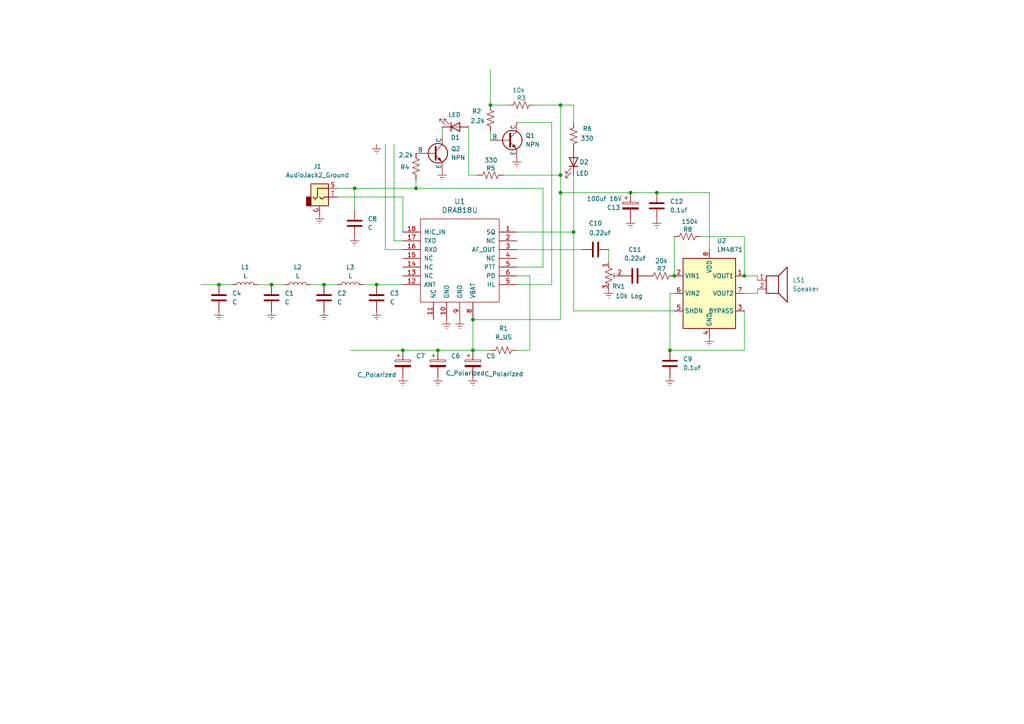
<source format=kicad_sch>
(kicad_sch
	(version 20231120)
	(generator "eeschema")
	(generator_version "8.0")
	(uuid "fcd19ae6-6f5c-4828-a863-08f1aea04ad5")
	(paper "A4")
	(lib_symbols
		(symbol "Amplifier_Audio:LM4810"
			(exclude_from_sim no)
			(in_bom yes)
			(on_board yes)
			(property "Reference" "U"
				(at -6.35 11.43 0)
				(effects
					(font
						(size 1.27 1.27)
					)
				)
			)
			(property "Value" "LM4810"
				(at 5.08 11.43 0)
				(effects
					(font
						(size 1.27 1.27)
					)
				)
			)
			(property "Footprint" "Package_SO:TSSOP-8_3x3mm_P0.65mm"
				(at 0 0 0)
				(effects
					(font
						(size 1.27 1.27)
						(italic yes)
					)
					(hide yes)
				)
			)
			(property "Datasheet" "http://www.ti.com/lit/ds/symlink/lm4810.pdf"
				(at 0 0 0)
				(effects
					(font
						(size 1.27 1.27)
					)
					(hide yes)
				)
			)
			(property "Description" "Boomer Dual 105mW Headphone Amplifier with Active-High Shutdown Mode, VSSOP-8"
				(at 0 0 0)
				(effects
					(font
						(size 1.27 1.27)
					)
					(hide yes)
				)
			)
			(property "ki_keywords" "audio amplifier headphone"
				(at 0 0 0)
				(effects
					(font
						(size 1.27 1.27)
					)
					(hide yes)
				)
			)
			(property "ki_fp_filters" "TSSOP*3x3mm*P0.65mm*"
				(at 0 0 0)
				(effects
					(font
						(size 1.27 1.27)
					)
					(hide yes)
				)
			)
			(symbol "LM4810_0_1"
				(rectangle
					(start -7.62 10.16)
					(end 7.62 -10.16)
					(stroke
						(width 0.254)
						(type default)
					)
					(fill
						(type background)
					)
				)
			)
			(symbol "LM4810_1_1"
				(pin output line
					(at 10.16 5.08 180)
					(length 2.54)
					(name "VOUT1"
						(effects
							(font
								(size 1.27 1.27)
							)
						)
					)
					(number "1"
						(effects
							(font
								(size 1.27 1.27)
							)
						)
					)
				)
				(pin input line
					(at -10.16 5.08 0)
					(length 2.54)
					(name "VIN1"
						(effects
							(font
								(size 1.27 1.27)
							)
						)
					)
					(number "2"
						(effects
							(font
								(size 1.27 1.27)
							)
						)
					)
				)
				(pin passive line
					(at 10.16 -5.08 180)
					(length 2.54)
					(name "BYPASS"
						(effects
							(font
								(size 1.27 1.27)
							)
						)
					)
					(number "3"
						(effects
							(font
								(size 1.27 1.27)
							)
						)
					)
				)
				(pin power_in line
					(at 0 -12.7 90)
					(length 2.54)
					(name "GND"
						(effects
							(font
								(size 1.27 1.27)
							)
						)
					)
					(number "4"
						(effects
							(font
								(size 1.27 1.27)
							)
						)
					)
				)
				(pin input line
					(at -10.16 -5.08 0)
					(length 2.54)
					(name "SHDN"
						(effects
							(font
								(size 1.27 1.27)
							)
						)
					)
					(number "5"
						(effects
							(font
								(size 1.27 1.27)
							)
						)
					)
				)
				(pin input line
					(at -10.16 0 0)
					(length 2.54)
					(name "VIN2"
						(effects
							(font
								(size 1.27 1.27)
							)
						)
					)
					(number "6"
						(effects
							(font
								(size 1.27 1.27)
							)
						)
					)
				)
				(pin output line
					(at 10.16 0 180)
					(length 2.54)
					(name "VOUT2"
						(effects
							(font
								(size 1.27 1.27)
							)
						)
					)
					(number "7"
						(effects
							(font
								(size 1.27 1.27)
							)
						)
					)
				)
				(pin power_in line
					(at 0 12.7 270)
					(length 2.54)
					(name "VDD"
						(effects
							(font
								(size 1.27 1.27)
							)
						)
					)
					(number "8"
						(effects
							(font
								(size 1.27 1.27)
							)
						)
					)
				)
			)
		)
		(symbol "Connector_Audio:AudioJack2_Ground"
			(exclude_from_sim no)
			(in_bom yes)
			(on_board yes)
			(property "Reference" "J"
				(at 0 8.89 0)
				(effects
					(font
						(size 1.27 1.27)
					)
				)
			)
			(property "Value" "AudioJack2_Ground"
				(at 0 6.35 0)
				(effects
					(font
						(size 1.27 1.27)
					)
				)
			)
			(property "Footprint" ""
				(at 0 0 0)
				(effects
					(font
						(size 1.27 1.27)
					)
					(hide yes)
				)
			)
			(property "Datasheet" "~"
				(at 0 0 0)
				(effects
					(font
						(size 1.27 1.27)
					)
					(hide yes)
				)
			)
			(property "Description" "Audio Jack, 2 Poles (Mono / TS), Grounded Sleeve"
				(at 0 0 0)
				(effects
					(font
						(size 1.27 1.27)
					)
					(hide yes)
				)
			)
			(property "ki_keywords" "audio jack receptacle mono phone headphone TS connector"
				(at 0 0 0)
				(effects
					(font
						(size 1.27 1.27)
					)
					(hide yes)
				)
			)
			(property "ki_fp_filters" "Jack*"
				(at 0 0 0)
				(effects
					(font
						(size 1.27 1.27)
					)
					(hide yes)
				)
			)
			(symbol "AudioJack2_Ground_0_1"
				(rectangle
					(start -2.54 -2.54)
					(end -3.81 0)
					(stroke
						(width 0.254)
						(type default)
					)
					(fill
						(type outline)
					)
				)
				(polyline
					(pts
						(xy 0 0) (xy 0.635 -0.635) (xy 1.27 0) (xy 2.54 0)
					)
					(stroke
						(width 0.254)
						(type default)
					)
					(fill
						(type none)
					)
				)
				(polyline
					(pts
						(xy 2.54 2.54) (xy -0.635 2.54) (xy -0.635 0) (xy -1.27 -0.635) (xy -1.905 0)
					)
					(stroke
						(width 0.254)
						(type default)
					)
					(fill
						(type none)
					)
				)
				(rectangle
					(start 2.54 3.81)
					(end -2.54 -2.54)
					(stroke
						(width 0.254)
						(type default)
					)
					(fill
						(type background)
					)
				)
			)
			(symbol "AudioJack2_Ground_1_1"
				(pin passive line
					(at 0 -5.08 90)
					(length 2.54)
					(name "~"
						(effects
							(font
								(size 1.27 1.27)
							)
						)
					)
					(number "G"
						(effects
							(font
								(size 1.27 1.27)
							)
						)
					)
				)
				(pin passive line
					(at 5.08 2.54 180)
					(length 2.54)
					(name "~"
						(effects
							(font
								(size 1.27 1.27)
							)
						)
					)
					(number "S"
						(effects
							(font
								(size 1.27 1.27)
							)
						)
					)
				)
				(pin passive line
					(at 5.08 0 180)
					(length 2.54)
					(name "~"
						(effects
							(font
								(size 1.27 1.27)
							)
						)
					)
					(number "T"
						(effects
							(font
								(size 1.27 1.27)
							)
						)
					)
				)
			)
		)
		(symbol "Device:C"
			(pin_numbers hide)
			(pin_names
				(offset 0.254)
			)
			(exclude_from_sim no)
			(in_bom yes)
			(on_board yes)
			(property "Reference" "C"
				(at 0.635 2.54 0)
				(effects
					(font
						(size 1.27 1.27)
					)
					(justify left)
				)
			)
			(property "Value" "C"
				(at 0.635 -2.54 0)
				(effects
					(font
						(size 1.27 1.27)
					)
					(justify left)
				)
			)
			(property "Footprint" ""
				(at 0.9652 -3.81 0)
				(effects
					(font
						(size 1.27 1.27)
					)
					(hide yes)
				)
			)
			(property "Datasheet" "~"
				(at 0 0 0)
				(effects
					(font
						(size 1.27 1.27)
					)
					(hide yes)
				)
			)
			(property "Description" "Unpolarized capacitor"
				(at 0 0 0)
				(effects
					(font
						(size 1.27 1.27)
					)
					(hide yes)
				)
			)
			(property "ki_keywords" "cap capacitor"
				(at 0 0 0)
				(effects
					(font
						(size 1.27 1.27)
					)
					(hide yes)
				)
			)
			(property "ki_fp_filters" "C_*"
				(at 0 0 0)
				(effects
					(font
						(size 1.27 1.27)
					)
					(hide yes)
				)
			)
			(symbol "C_0_1"
				(polyline
					(pts
						(xy -2.032 -0.762) (xy 2.032 -0.762)
					)
					(stroke
						(width 0.508)
						(type default)
					)
					(fill
						(type none)
					)
				)
				(polyline
					(pts
						(xy -2.032 0.762) (xy 2.032 0.762)
					)
					(stroke
						(width 0.508)
						(type default)
					)
					(fill
						(type none)
					)
				)
			)
			(symbol "C_1_1"
				(pin passive line
					(at 0 3.81 270)
					(length 2.794)
					(name "~"
						(effects
							(font
								(size 1.27 1.27)
							)
						)
					)
					(number "1"
						(effects
							(font
								(size 1.27 1.27)
							)
						)
					)
				)
				(pin passive line
					(at 0 -3.81 90)
					(length 2.794)
					(name "~"
						(effects
							(font
								(size 1.27 1.27)
							)
						)
					)
					(number "2"
						(effects
							(font
								(size 1.27 1.27)
							)
						)
					)
				)
			)
		)
		(symbol "Device:C_Polarized"
			(pin_numbers hide)
			(pin_names
				(offset 0.254)
			)
			(exclude_from_sim no)
			(in_bom yes)
			(on_board yes)
			(property "Reference" "C"
				(at 0.635 2.54 0)
				(effects
					(font
						(size 1.27 1.27)
					)
					(justify left)
				)
			)
			(property "Value" "C_Polarized"
				(at 0.635 -2.54 0)
				(effects
					(font
						(size 1.27 1.27)
					)
					(justify left)
				)
			)
			(property "Footprint" ""
				(at 0.9652 -3.81 0)
				(effects
					(font
						(size 1.27 1.27)
					)
					(hide yes)
				)
			)
			(property "Datasheet" "~"
				(at 0 0 0)
				(effects
					(font
						(size 1.27 1.27)
					)
					(hide yes)
				)
			)
			(property "Description" "Polarized capacitor"
				(at 0 0 0)
				(effects
					(font
						(size 1.27 1.27)
					)
					(hide yes)
				)
			)
			(property "ki_keywords" "cap capacitor"
				(at 0 0 0)
				(effects
					(font
						(size 1.27 1.27)
					)
					(hide yes)
				)
			)
			(property "ki_fp_filters" "CP_*"
				(at 0 0 0)
				(effects
					(font
						(size 1.27 1.27)
					)
					(hide yes)
				)
			)
			(symbol "C_Polarized_0_1"
				(rectangle
					(start -2.286 0.508)
					(end 2.286 1.016)
					(stroke
						(width 0)
						(type default)
					)
					(fill
						(type none)
					)
				)
				(polyline
					(pts
						(xy -1.778 2.286) (xy -0.762 2.286)
					)
					(stroke
						(width 0)
						(type default)
					)
					(fill
						(type none)
					)
				)
				(polyline
					(pts
						(xy -1.27 2.794) (xy -1.27 1.778)
					)
					(stroke
						(width 0)
						(type default)
					)
					(fill
						(type none)
					)
				)
				(rectangle
					(start 2.286 -0.508)
					(end -2.286 -1.016)
					(stroke
						(width 0)
						(type default)
					)
					(fill
						(type outline)
					)
				)
			)
			(symbol "C_Polarized_1_1"
				(pin passive line
					(at 0 3.81 270)
					(length 2.794)
					(name "~"
						(effects
							(font
								(size 1.27 1.27)
							)
						)
					)
					(number "1"
						(effects
							(font
								(size 1.27 1.27)
							)
						)
					)
				)
				(pin passive line
					(at 0 -3.81 90)
					(length 2.794)
					(name "~"
						(effects
							(font
								(size 1.27 1.27)
							)
						)
					)
					(number "2"
						(effects
							(font
								(size 1.27 1.27)
							)
						)
					)
				)
			)
		)
		(symbol "Device:L"
			(pin_numbers hide)
			(pin_names
				(offset 1.016) hide)
			(exclude_from_sim no)
			(in_bom yes)
			(on_board yes)
			(property "Reference" "L"
				(at -1.27 0 90)
				(effects
					(font
						(size 1.27 1.27)
					)
				)
			)
			(property "Value" "L"
				(at 1.905 0 90)
				(effects
					(font
						(size 1.27 1.27)
					)
				)
			)
			(property "Footprint" ""
				(at 0 0 0)
				(effects
					(font
						(size 1.27 1.27)
					)
					(hide yes)
				)
			)
			(property "Datasheet" "~"
				(at 0 0 0)
				(effects
					(font
						(size 1.27 1.27)
					)
					(hide yes)
				)
			)
			(property "Description" "Inductor"
				(at 0 0 0)
				(effects
					(font
						(size 1.27 1.27)
					)
					(hide yes)
				)
			)
			(property "ki_keywords" "inductor choke coil reactor magnetic"
				(at 0 0 0)
				(effects
					(font
						(size 1.27 1.27)
					)
					(hide yes)
				)
			)
			(property "ki_fp_filters" "Choke_* *Coil* Inductor_* L_*"
				(at 0 0 0)
				(effects
					(font
						(size 1.27 1.27)
					)
					(hide yes)
				)
			)
			(symbol "L_0_1"
				(arc
					(start 0 -2.54)
					(mid 0.6323 -1.905)
					(end 0 -1.27)
					(stroke
						(width 0)
						(type default)
					)
					(fill
						(type none)
					)
				)
				(arc
					(start 0 -1.27)
					(mid 0.6323 -0.635)
					(end 0 0)
					(stroke
						(width 0)
						(type default)
					)
					(fill
						(type none)
					)
				)
				(arc
					(start 0 0)
					(mid 0.6323 0.635)
					(end 0 1.27)
					(stroke
						(width 0)
						(type default)
					)
					(fill
						(type none)
					)
				)
				(arc
					(start 0 1.27)
					(mid 0.6323 1.905)
					(end 0 2.54)
					(stroke
						(width 0)
						(type default)
					)
					(fill
						(type none)
					)
				)
			)
			(symbol "L_1_1"
				(pin passive line
					(at 0 3.81 270)
					(length 1.27)
					(name "1"
						(effects
							(font
								(size 1.27 1.27)
							)
						)
					)
					(number "1"
						(effects
							(font
								(size 1.27 1.27)
							)
						)
					)
				)
				(pin passive line
					(at 0 -3.81 90)
					(length 1.27)
					(name "2"
						(effects
							(font
								(size 1.27 1.27)
							)
						)
					)
					(number "2"
						(effects
							(font
								(size 1.27 1.27)
							)
						)
					)
				)
			)
		)
		(symbol "Device:LED"
			(pin_numbers hide)
			(pin_names
				(offset 1.016) hide)
			(exclude_from_sim no)
			(in_bom yes)
			(on_board yes)
			(property "Reference" "D"
				(at 0 2.54 0)
				(effects
					(font
						(size 1.27 1.27)
					)
				)
			)
			(property "Value" "LED"
				(at 0 -2.54 0)
				(effects
					(font
						(size 1.27 1.27)
					)
				)
			)
			(property "Footprint" ""
				(at 0 0 0)
				(effects
					(font
						(size 1.27 1.27)
					)
					(hide yes)
				)
			)
			(property "Datasheet" "~"
				(at 0 0 0)
				(effects
					(font
						(size 1.27 1.27)
					)
					(hide yes)
				)
			)
			(property "Description" "Light emitting diode"
				(at 0 0 0)
				(effects
					(font
						(size 1.27 1.27)
					)
					(hide yes)
				)
			)
			(property "ki_keywords" "LED diode"
				(at 0 0 0)
				(effects
					(font
						(size 1.27 1.27)
					)
					(hide yes)
				)
			)
			(property "ki_fp_filters" "LED* LED_SMD:* LED_THT:*"
				(at 0 0 0)
				(effects
					(font
						(size 1.27 1.27)
					)
					(hide yes)
				)
			)
			(symbol "LED_0_1"
				(polyline
					(pts
						(xy -1.27 -1.27) (xy -1.27 1.27)
					)
					(stroke
						(width 0.254)
						(type default)
					)
					(fill
						(type none)
					)
				)
				(polyline
					(pts
						(xy -1.27 0) (xy 1.27 0)
					)
					(stroke
						(width 0)
						(type default)
					)
					(fill
						(type none)
					)
				)
				(polyline
					(pts
						(xy 1.27 -1.27) (xy 1.27 1.27) (xy -1.27 0) (xy 1.27 -1.27)
					)
					(stroke
						(width 0.254)
						(type default)
					)
					(fill
						(type none)
					)
				)
				(polyline
					(pts
						(xy -3.048 -0.762) (xy -4.572 -2.286) (xy -3.81 -2.286) (xy -4.572 -2.286) (xy -4.572 -1.524)
					)
					(stroke
						(width 0)
						(type default)
					)
					(fill
						(type none)
					)
				)
				(polyline
					(pts
						(xy -1.778 -0.762) (xy -3.302 -2.286) (xy -2.54 -2.286) (xy -3.302 -2.286) (xy -3.302 -1.524)
					)
					(stroke
						(width 0)
						(type default)
					)
					(fill
						(type none)
					)
				)
			)
			(symbol "LED_1_1"
				(pin passive line
					(at -3.81 0 0)
					(length 2.54)
					(name "K"
						(effects
							(font
								(size 1.27 1.27)
							)
						)
					)
					(number "1"
						(effects
							(font
								(size 1.27 1.27)
							)
						)
					)
				)
				(pin passive line
					(at 3.81 0 180)
					(length 2.54)
					(name "A"
						(effects
							(font
								(size 1.27 1.27)
							)
						)
					)
					(number "2"
						(effects
							(font
								(size 1.27 1.27)
							)
						)
					)
				)
			)
		)
		(symbol "Device:R_Potentiometer_Trim_US"
			(pin_names
				(offset 1.016) hide)
			(exclude_from_sim no)
			(in_bom yes)
			(on_board yes)
			(property "Reference" "RV"
				(at -4.445 0 90)
				(effects
					(font
						(size 1.27 1.27)
					)
				)
			)
			(property "Value" "R_Potentiometer_Trim_US"
				(at -2.54 0 90)
				(effects
					(font
						(size 1.27 1.27)
					)
				)
			)
			(property "Footprint" ""
				(at 0 0 0)
				(effects
					(font
						(size 1.27 1.27)
					)
					(hide yes)
				)
			)
			(property "Datasheet" "~"
				(at 0 0 0)
				(effects
					(font
						(size 1.27 1.27)
					)
					(hide yes)
				)
			)
			(property "Description" "Trim-potentiometer, US symbol"
				(at 0 0 0)
				(effects
					(font
						(size 1.27 1.27)
					)
					(hide yes)
				)
			)
			(property "ki_keywords" "resistor variable trimpot trimmer"
				(at 0 0 0)
				(effects
					(font
						(size 1.27 1.27)
					)
					(hide yes)
				)
			)
			(property "ki_fp_filters" "Potentiometer*"
				(at 0 0 0)
				(effects
					(font
						(size 1.27 1.27)
					)
					(hide yes)
				)
			)
			(symbol "R_Potentiometer_Trim_US_0_1"
				(polyline
					(pts
						(xy 0 -2.286) (xy 0 -2.54)
					)
					(stroke
						(width 0)
						(type default)
					)
					(fill
						(type none)
					)
				)
				(polyline
					(pts
						(xy 0 2.286) (xy 0 2.54)
					)
					(stroke
						(width 0)
						(type default)
					)
					(fill
						(type none)
					)
				)
				(polyline
					(pts
						(xy 1.524 0.762) (xy 1.524 -0.762)
					)
					(stroke
						(width 0)
						(type default)
					)
					(fill
						(type none)
					)
				)
				(polyline
					(pts
						(xy 2.54 0) (xy 1.524 0)
					)
					(stroke
						(width 0)
						(type default)
					)
					(fill
						(type none)
					)
				)
				(polyline
					(pts
						(xy 0 -0.762) (xy 1.016 -1.143) (xy 0 -1.524) (xy -1.016 -1.905) (xy 0 -2.286)
					)
					(stroke
						(width 0)
						(type default)
					)
					(fill
						(type none)
					)
				)
				(polyline
					(pts
						(xy 0 0.762) (xy 1.016 0.381) (xy 0 0) (xy -1.016 -0.381) (xy 0 -0.762)
					)
					(stroke
						(width 0)
						(type default)
					)
					(fill
						(type none)
					)
				)
				(polyline
					(pts
						(xy 0 2.286) (xy 1.016 1.905) (xy 0 1.524) (xy -1.016 1.143) (xy 0 0.762)
					)
					(stroke
						(width 0)
						(type default)
					)
					(fill
						(type none)
					)
				)
			)
			(symbol "R_Potentiometer_Trim_US_1_1"
				(pin passive line
					(at 0 3.81 270)
					(length 1.27)
					(name "1"
						(effects
							(font
								(size 1.27 1.27)
							)
						)
					)
					(number "1"
						(effects
							(font
								(size 1.27 1.27)
							)
						)
					)
				)
				(pin passive line
					(at 3.81 0 180)
					(length 1.27)
					(name "2"
						(effects
							(font
								(size 1.27 1.27)
							)
						)
					)
					(number "2"
						(effects
							(font
								(size 1.27 1.27)
							)
						)
					)
				)
				(pin passive line
					(at 0 -3.81 90)
					(length 1.27)
					(name "3"
						(effects
							(font
								(size 1.27 1.27)
							)
						)
					)
					(number "3"
						(effects
							(font
								(size 1.27 1.27)
							)
						)
					)
				)
			)
		)
		(symbol "Device:R_US"
			(pin_numbers hide)
			(pin_names
				(offset 0)
			)
			(exclude_from_sim no)
			(in_bom yes)
			(on_board yes)
			(property "Reference" "R"
				(at 2.54 0 90)
				(effects
					(font
						(size 1.27 1.27)
					)
				)
			)
			(property "Value" "R_US"
				(at -2.54 0 90)
				(effects
					(font
						(size 1.27 1.27)
					)
				)
			)
			(property "Footprint" ""
				(at 1.016 -0.254 90)
				(effects
					(font
						(size 1.27 1.27)
					)
					(hide yes)
				)
			)
			(property "Datasheet" "~"
				(at 0 0 0)
				(effects
					(font
						(size 1.27 1.27)
					)
					(hide yes)
				)
			)
			(property "Description" "Resistor, US symbol"
				(at 0 0 0)
				(effects
					(font
						(size 1.27 1.27)
					)
					(hide yes)
				)
			)
			(property "ki_keywords" "R res resistor"
				(at 0 0 0)
				(effects
					(font
						(size 1.27 1.27)
					)
					(hide yes)
				)
			)
			(property "ki_fp_filters" "R_*"
				(at 0 0 0)
				(effects
					(font
						(size 1.27 1.27)
					)
					(hide yes)
				)
			)
			(symbol "R_US_0_1"
				(polyline
					(pts
						(xy 0 -2.286) (xy 0 -2.54)
					)
					(stroke
						(width 0)
						(type default)
					)
					(fill
						(type none)
					)
				)
				(polyline
					(pts
						(xy 0 2.286) (xy 0 2.54)
					)
					(stroke
						(width 0)
						(type default)
					)
					(fill
						(type none)
					)
				)
				(polyline
					(pts
						(xy 0 -0.762) (xy 1.016 -1.143) (xy 0 -1.524) (xy -1.016 -1.905) (xy 0 -2.286)
					)
					(stroke
						(width 0)
						(type default)
					)
					(fill
						(type none)
					)
				)
				(polyline
					(pts
						(xy 0 0.762) (xy 1.016 0.381) (xy 0 0) (xy -1.016 -0.381) (xy 0 -0.762)
					)
					(stroke
						(width 0)
						(type default)
					)
					(fill
						(type none)
					)
				)
				(polyline
					(pts
						(xy 0 2.286) (xy 1.016 1.905) (xy 0 1.524) (xy -1.016 1.143) (xy 0 0.762)
					)
					(stroke
						(width 0)
						(type default)
					)
					(fill
						(type none)
					)
				)
			)
			(symbol "R_US_1_1"
				(pin passive line
					(at 0 3.81 270)
					(length 1.27)
					(name "~"
						(effects
							(font
								(size 1.27 1.27)
							)
						)
					)
					(number "1"
						(effects
							(font
								(size 1.27 1.27)
							)
						)
					)
				)
				(pin passive line
					(at 0 -3.81 90)
					(length 1.27)
					(name "~"
						(effects
							(font
								(size 1.27 1.27)
							)
						)
					)
					(number "2"
						(effects
							(font
								(size 1.27 1.27)
							)
						)
					)
				)
			)
		)
		(symbol "Device:Speaker"
			(pin_names
				(offset 0) hide)
			(exclude_from_sim no)
			(in_bom yes)
			(on_board yes)
			(property "Reference" "LS"
				(at 1.27 5.715 0)
				(effects
					(font
						(size 1.27 1.27)
					)
					(justify right)
				)
			)
			(property "Value" "Speaker"
				(at 1.27 3.81 0)
				(effects
					(font
						(size 1.27 1.27)
					)
					(justify right)
				)
			)
			(property "Footprint" ""
				(at 0 -5.08 0)
				(effects
					(font
						(size 1.27 1.27)
					)
					(hide yes)
				)
			)
			(property "Datasheet" "~"
				(at -0.254 -1.27 0)
				(effects
					(font
						(size 1.27 1.27)
					)
					(hide yes)
				)
			)
			(property "Description" "Speaker"
				(at 0 0 0)
				(effects
					(font
						(size 1.27 1.27)
					)
					(hide yes)
				)
			)
			(property "ki_keywords" "speaker sound"
				(at 0 0 0)
				(effects
					(font
						(size 1.27 1.27)
					)
					(hide yes)
				)
			)
			(symbol "Speaker_0_0"
				(rectangle
					(start -2.54 1.27)
					(end 1.016 -3.81)
					(stroke
						(width 0.254)
						(type default)
					)
					(fill
						(type none)
					)
				)
				(polyline
					(pts
						(xy 1.016 1.27) (xy 3.556 3.81) (xy 3.556 -6.35) (xy 1.016 -3.81)
					)
					(stroke
						(width 0.254)
						(type default)
					)
					(fill
						(type none)
					)
				)
			)
			(symbol "Speaker_1_1"
				(pin input line
					(at -5.08 0 0)
					(length 2.54)
					(name "1"
						(effects
							(font
								(size 1.27 1.27)
							)
						)
					)
					(number "1"
						(effects
							(font
								(size 1.27 1.27)
							)
						)
					)
				)
				(pin input line
					(at -5.08 -2.54 0)
					(length 2.54)
					(name "2"
						(effects
							(font
								(size 1.27 1.27)
							)
						)
					)
					(number "2"
						(effects
							(font
								(size 1.27 1.27)
							)
						)
					)
				)
			)
		)
		(symbol "Simulation_SPICE:NPN"
			(pin_numbers hide)
			(pin_names
				(offset 0)
			)
			(exclude_from_sim no)
			(in_bom yes)
			(on_board yes)
			(property "Reference" "Q"
				(at -2.54 7.62 0)
				(effects
					(font
						(size 1.27 1.27)
					)
				)
			)
			(property "Value" "NPN"
				(at -2.54 5.08 0)
				(effects
					(font
						(size 1.27 1.27)
					)
				)
			)
			(property "Footprint" ""
				(at 63.5 0 0)
				(effects
					(font
						(size 1.27 1.27)
					)
					(hide yes)
				)
			)
			(property "Datasheet" "https://ngspice.sourceforge.io/docs/ngspice-html-manual/manual.xhtml#cha_BJTs"
				(at 63.5 0 0)
				(effects
					(font
						(size 1.27 1.27)
					)
					(hide yes)
				)
			)
			(property "Description" "Bipolar transistor symbol for simulation only, substrate tied to the emitter"
				(at 0 0 0)
				(effects
					(font
						(size 1.27 1.27)
					)
					(hide yes)
				)
			)
			(property "Sim.Device" "NPN"
				(at 0 0 0)
				(effects
					(font
						(size 1.27 1.27)
					)
					(hide yes)
				)
			)
			(property "Sim.Type" "GUMMELPOON"
				(at 0 0 0)
				(effects
					(font
						(size 1.27 1.27)
					)
					(hide yes)
				)
			)
			(property "Sim.Pins" "1=C 2=B 3=E"
				(at 0 0 0)
				(effects
					(font
						(size 1.27 1.27)
					)
					(hide yes)
				)
			)
			(property "ki_keywords" "simulation"
				(at 0 0 0)
				(effects
					(font
						(size 1.27 1.27)
					)
					(hide yes)
				)
			)
			(symbol "NPN_0_1"
				(polyline
					(pts
						(xy -2.54 0) (xy 0.635 0)
					)
					(stroke
						(width 0.1524)
						(type default)
					)
					(fill
						(type none)
					)
				)
				(polyline
					(pts
						(xy 0.635 0.635) (xy 2.54 2.54)
					)
					(stroke
						(width 0)
						(type default)
					)
					(fill
						(type none)
					)
				)
				(polyline
					(pts
						(xy 2.794 -1.27) (xy 2.794 -1.27)
					)
					(stroke
						(width 0.1524)
						(type default)
					)
					(fill
						(type none)
					)
				)
				(polyline
					(pts
						(xy 2.794 -1.27) (xy 2.794 -1.27)
					)
					(stroke
						(width 0.1524)
						(type default)
					)
					(fill
						(type none)
					)
				)
				(polyline
					(pts
						(xy 0.635 -0.635) (xy 2.54 -2.54) (xy 2.54 -2.54)
					)
					(stroke
						(width 0)
						(type default)
					)
					(fill
						(type none)
					)
				)
				(polyline
					(pts
						(xy 0.635 1.905) (xy 0.635 -1.905) (xy 0.635 -1.905)
					)
					(stroke
						(width 0.508)
						(type default)
					)
					(fill
						(type none)
					)
				)
				(polyline
					(pts
						(xy 1.27 -1.778) (xy 1.778 -1.27) (xy 2.286 -2.286) (xy 1.27 -1.778) (xy 1.27 -1.778)
					)
					(stroke
						(width 0)
						(type default)
					)
					(fill
						(type outline)
					)
				)
				(circle
					(center 1.27 0)
					(radius 2.8194)
					(stroke
						(width 0.254)
						(type default)
					)
					(fill
						(type none)
					)
				)
			)
			(symbol "NPN_1_1"
				(pin open_collector line
					(at 2.54 5.08 270)
					(length 2.54)
					(name "C"
						(effects
							(font
								(size 1.27 1.27)
							)
						)
					)
					(number "1"
						(effects
							(font
								(size 1.27 1.27)
							)
						)
					)
				)
				(pin input line
					(at -5.08 0 0)
					(length 2.54)
					(name "B"
						(effects
							(font
								(size 1.27 1.27)
							)
						)
					)
					(number "2"
						(effects
							(font
								(size 1.27 1.27)
							)
						)
					)
				)
				(pin open_emitter line
					(at 2.54 -5.08 90)
					(length 2.54)
					(name "E"
						(effects
							(font
								(size 1.27 1.27)
							)
						)
					)
					(number "3"
						(effects
							(font
								(size 1.27 1.27)
							)
						)
					)
				)
			)
		)
		(symbol "dra818:DRA818U"
			(pin_names
				(offset 1.016)
			)
			(exclude_from_sim no)
			(in_bom yes)
			(on_board yes)
			(property "Reference" "U"
				(at 17.78 -2.54 0)
				(effects
					(font
						(size 1.524 1.524)
					)
				)
			)
			(property "Value" "DRA818U"
				(at 11.43 26.67 0)
				(effects
					(font
						(size 1.524 1.524)
					)
				)
			)
			(property "Footprint" ""
				(at 0 1.27 0)
				(effects
					(font
						(size 1.524 1.524)
					)
					(hide yes)
				)
			)
			(property "Datasheet" ""
				(at 0 1.27 0)
				(effects
					(font
						(size 1.524 1.524)
					)
					(hide yes)
				)
			)
			(property "Description" "DRA818 VHF and UHF RadioCHIP"
				(at 0 0 0)
				(effects
					(font
						(size 1.27 1.27)
					)
					(hide yes)
				)
			)
			(symbol "DRA818U_0_1"
				(rectangle
					(start 0 0)
					(end 22.86 24.13)
					(stroke
						(width 0)
						(type solid)
					)
					(fill
						(type none)
					)
				)
			)
			(symbol "DRA818U_1_1"
				(pin bidirectional line
					(at 27.94 20.32 180)
					(length 5.08)
					(name "SQ"
						(effects
							(font
								(size 1.27 1.27)
							)
						)
					)
					(number "1"
						(effects
							(font
								(size 1.27 1.27)
							)
						)
					)
				)
				(pin power_in line
					(at 7.62 -5.08 90)
					(length 5.08)
					(name "GND"
						(effects
							(font
								(size 1.27 1.27)
							)
						)
					)
					(number "10"
						(effects
							(font
								(size 1.27 1.27)
							)
						)
					)
				)
				(pin bidirectional line
					(at 3.81 -5.08 90)
					(length 5.08)
					(name "NC"
						(effects
							(font
								(size 1.27 1.27)
							)
						)
					)
					(number "11"
						(effects
							(font
								(size 1.27 1.27)
							)
						)
					)
				)
				(pin output line
					(at -5.08 5.08 0)
					(length 5.08)
					(name "ANT"
						(effects
							(font
								(size 1.27 1.27)
							)
						)
					)
					(number "12"
						(effects
							(font
								(size 1.27 1.27)
							)
						)
					)
				)
				(pin bidirectional line
					(at -5.08 7.62 0)
					(length 5.08)
					(name "NC"
						(effects
							(font
								(size 1.27 1.27)
							)
						)
					)
					(number "13"
						(effects
							(font
								(size 1.27 1.27)
							)
						)
					)
				)
				(pin bidirectional line
					(at -5.08 10.16 0)
					(length 5.08)
					(name "NC"
						(effects
							(font
								(size 1.27 1.27)
							)
						)
					)
					(number "14"
						(effects
							(font
								(size 1.27 1.27)
							)
						)
					)
				)
				(pin bidirectional line
					(at -5.08 12.7 0)
					(length 5.08)
					(name "NC"
						(effects
							(font
								(size 1.27 1.27)
							)
						)
					)
					(number "15"
						(effects
							(font
								(size 1.27 1.27)
							)
						)
					)
				)
				(pin bidirectional line
					(at -5.08 15.24 0)
					(length 5.08)
					(name "RXD"
						(effects
							(font
								(size 1.27 1.27)
							)
						)
					)
					(number "16"
						(effects
							(font
								(size 1.27 1.27)
							)
						)
					)
				)
				(pin bidirectional line
					(at -5.08 17.78 0)
					(length 5.08)
					(name "TXD"
						(effects
							(font
								(size 1.27 1.27)
							)
						)
					)
					(number "17"
						(effects
							(font
								(size 1.27 1.27)
							)
						)
					)
				)
				(pin input line
					(at -5.08 20.32 0)
					(length 5.08)
					(name "MIC_IN"
						(effects
							(font
								(size 1.27 1.27)
							)
						)
					)
					(number "18"
						(effects
							(font
								(size 1.27 1.27)
							)
						)
					)
				)
				(pin bidirectional line
					(at 27.94 17.78 180)
					(length 5.08)
					(name "NC"
						(effects
							(font
								(size 1.27 1.27)
							)
						)
					)
					(number "2"
						(effects
							(font
								(size 1.27 1.27)
							)
						)
					)
				)
				(pin bidirectional line
					(at 27.94 15.24 180)
					(length 5.08)
					(name "AF_OUT"
						(effects
							(font
								(size 1.27 1.27)
							)
						)
					)
					(number "3"
						(effects
							(font
								(size 1.27 1.27)
							)
						)
					)
				)
				(pin bidirectional line
					(at 27.94 12.7 180)
					(length 5.08)
					(name "NC"
						(effects
							(font
								(size 1.27 1.27)
							)
						)
					)
					(number "4"
						(effects
							(font
								(size 1.27 1.27)
							)
						)
					)
				)
				(pin bidirectional line
					(at 27.94 5.08 180)
					(length 5.08)
					(name "HL"
						(effects
							(font
								(size 1.27 1.27)
							)
						)
					)
					(number "5"
						(effects
							(font
								(size 1.27 1.27)
							)
						)
					)
				)
				(pin bidirectional line
					(at 27.94 10.16 180)
					(length 5.08)
					(name "PTT"
						(effects
							(font
								(size 1.27 1.27)
							)
						)
					)
					(number "5"
						(effects
							(font
								(size 1.27 1.27)
							)
						)
					)
				)
				(pin bidirectional line
					(at 27.94 7.62 180)
					(length 5.08)
					(name "PD"
						(effects
							(font
								(size 1.27 1.27)
							)
						)
					)
					(number "6"
						(effects
							(font
								(size 1.27 1.27)
							)
						)
					)
				)
				(pin power_in line
					(at 15.24 -5.08 90)
					(length 5.08)
					(name "VBAT"
						(effects
							(font
								(size 1.27 1.27)
							)
						)
					)
					(number "8"
						(effects
							(font
								(size 1.27 1.27)
							)
						)
					)
				)
				(pin power_in line
					(at 11.43 -5.08 90)
					(length 5.08)
					(name "GND"
						(effects
							(font
								(size 1.27 1.27)
							)
						)
					)
					(number "9"
						(effects
							(font
								(size 1.27 1.27)
							)
						)
					)
				)
			)
		)
		(symbol "power:Earth"
			(power)
			(pin_numbers hide)
			(pin_names
				(offset 0) hide)
			(exclude_from_sim no)
			(in_bom yes)
			(on_board yes)
			(property "Reference" "#PWR"
				(at 0 -6.35 0)
				(effects
					(font
						(size 1.27 1.27)
					)
					(hide yes)
				)
			)
			(property "Value" "Earth"
				(at 0 -3.81 0)
				(effects
					(font
						(size 1.27 1.27)
					)
				)
			)
			(property "Footprint" ""
				(at 0 0 0)
				(effects
					(font
						(size 1.27 1.27)
					)
					(hide yes)
				)
			)
			(property "Datasheet" "~"
				(at 0 0 0)
				(effects
					(font
						(size 1.27 1.27)
					)
					(hide yes)
				)
			)
			(property "Description" "Power symbol creates a global label with name \"Earth\""
				(at 0 0 0)
				(effects
					(font
						(size 1.27 1.27)
					)
					(hide yes)
				)
			)
			(property "ki_keywords" "global ground gnd"
				(at 0 0 0)
				(effects
					(font
						(size 1.27 1.27)
					)
					(hide yes)
				)
			)
			(symbol "Earth_0_1"
				(polyline
					(pts
						(xy -0.635 -1.905) (xy 0.635 -1.905)
					)
					(stroke
						(width 0)
						(type default)
					)
					(fill
						(type none)
					)
				)
				(polyline
					(pts
						(xy -0.127 -2.54) (xy 0.127 -2.54)
					)
					(stroke
						(width 0)
						(type default)
					)
					(fill
						(type none)
					)
				)
				(polyline
					(pts
						(xy 0 -1.27) (xy 0 0)
					)
					(stroke
						(width 0)
						(type default)
					)
					(fill
						(type none)
					)
				)
				(polyline
					(pts
						(xy 1.27 -1.27) (xy -1.27 -1.27)
					)
					(stroke
						(width 0)
						(type default)
					)
					(fill
						(type none)
					)
				)
			)
			(symbol "Earth_1_1"
				(pin power_in line
					(at 0 0 270)
					(length 0)
					(name "~"
						(effects
							(font
								(size 1.27 1.27)
							)
						)
					)
					(number "1"
						(effects
							(font
								(size 1.27 1.27)
							)
						)
					)
				)
			)
		)
	)
	(junction
		(at 162.56 30.48)
		(diameter 0)
		(color 0 0 0 0)
		(uuid "0346d10a-10dc-46cc-b134-5774131549c2")
	)
	(junction
		(at 166.37 67.31)
		(diameter 0)
		(color 0 0 0 0)
		(uuid "1238b639-7be7-42eb-acc7-cc1cabeb51dd")
	)
	(junction
		(at 162.56 50.8)
		(diameter 0)
		(color 0 0 0 0)
		(uuid "15a7ee93-86c1-487a-8036-7e0b382eefac")
	)
	(junction
		(at 127 101.6)
		(diameter 0)
		(color 0 0 0 0)
		(uuid "17832566-d9d7-4ed5-8fc7-54e05e7cf721")
	)
	(junction
		(at 137.16 92.71)
		(diameter 0)
		(color 0 0 0 0)
		(uuid "186f338c-c373-4e6d-9cee-5fc7e9f0ec14")
	)
	(junction
		(at 63.5 82.55)
		(diameter 0)
		(color 0 0 0 0)
		(uuid "195a0807-b0d5-4a6b-b515-137db15806e1")
	)
	(junction
		(at 116.84 101.6)
		(diameter 0)
		(color 0 0 0 0)
		(uuid "1cc5bc8a-9533-4d05-a4df-b4d74e6d31a9")
	)
	(junction
		(at 190.5 55.88)
		(diameter 0)
		(color 0 0 0 0)
		(uuid "342f596b-cfe8-45a3-ba48-4b0b3399f027")
	)
	(junction
		(at 120.65 54.61)
		(diameter 0)
		(color 0 0 0 0)
		(uuid "3622cd19-c41f-45ec-ae6f-b5144aec04a8")
	)
	(junction
		(at 93.98 82.55)
		(diameter 0)
		(color 0 0 0 0)
		(uuid "43611ae9-d0e6-4ffe-ab8d-3862481c0b20")
	)
	(junction
		(at 162.56 55.88)
		(diameter 0)
		(color 0 0 0 0)
		(uuid "858d38f0-6e27-43e8-a440-e79c56e26f09")
	)
	(junction
		(at 78.74 82.55)
		(diameter 0)
		(color 0 0 0 0)
		(uuid "9ce70b49-73bc-4aa9-be6e-0b5d974d1a35")
	)
	(junction
		(at 137.16 101.6)
		(diameter 0)
		(color 0 0 0 0)
		(uuid "a3186623-816a-4e82-8969-4577010a8694")
	)
	(junction
		(at 195.58 80.01)
		(diameter 0)
		(color 0 0 0 0)
		(uuid "ab083935-4485-49a7-83be-fe4f16dac94f")
	)
	(junction
		(at 215.9 80.01)
		(diameter 0)
		(color 0 0 0 0)
		(uuid "baf94035-1bd9-4c15-b734-144b17cbe7f5")
	)
	(junction
		(at 142.24 30.48)
		(diameter 0)
		(color 0 0 0 0)
		(uuid "d085ae1a-6787-44a2-8efc-9d7e496f5207")
	)
	(junction
		(at 109.22 82.55)
		(diameter 0)
		(color 0 0 0 0)
		(uuid "d2801c2a-cd65-4b64-a257-aab861fe4a87")
	)
	(junction
		(at 182.88 55.88)
		(diameter 0)
		(color 0 0 0 0)
		(uuid "ef1c75ca-1aae-4eb1-a262-4689683d12e8")
	)
	(junction
		(at 102.87 54.61)
		(diameter 0)
		(color 0 0 0 0)
		(uuid "f1878e18-10cd-40f0-a4d5-40835971b492")
	)
	(junction
		(at 194.31 101.6)
		(diameter 0)
		(color 0 0 0 0)
		(uuid "f5b1dbc0-1b98-48e4-ace8-ce2815a9d0ae")
	)
	(wire
		(pts
			(xy 128.27 36.83) (xy 128.27 39.37)
		)
		(stroke
			(width 0)
			(type default)
		)
		(uuid "050c9e55-208b-4642-8b22-2bb99116e275")
	)
	(wire
		(pts
			(xy 194.31 101.6) (xy 215.9 101.6)
		)
		(stroke
			(width 0)
			(type default)
		)
		(uuid "09a71bb5-cd3c-46c5-8f8c-7e4fc64719c9")
	)
	(wire
		(pts
			(xy 149.86 101.6) (xy 153.67 101.6)
		)
		(stroke
			(width 0)
			(type default)
		)
		(uuid "0b21c74a-019d-4862-bfaa-c24f5aa516f7")
	)
	(wire
		(pts
			(xy 127 101.6) (xy 137.16 101.6)
		)
		(stroke
			(width 0)
			(type default)
		)
		(uuid "0fd7020c-b32b-4346-bbe1-6bc0abc0201f")
	)
	(wire
		(pts
			(xy 182.88 55.88) (xy 162.56 55.88)
		)
		(stroke
			(width 0)
			(type default)
		)
		(uuid "166a42af-4ed3-4ade-978e-ffe83b75d4dc")
	)
	(wire
		(pts
			(xy 137.16 92.71) (xy 137.16 101.6)
		)
		(stroke
			(width 0)
			(type default)
		)
		(uuid "17005a55-dab1-4733-968f-7d296f2ce7e4")
	)
	(wire
		(pts
			(xy 157.48 54.61) (xy 120.65 54.61)
		)
		(stroke
			(width 0)
			(type default)
		)
		(uuid "19cc883d-60ce-4b80-94a3-9eb01d91c3da")
	)
	(wire
		(pts
			(xy 153.67 101.6) (xy 153.67 80.01)
		)
		(stroke
			(width 0)
			(type default)
		)
		(uuid "2af1db85-046a-42b1-a8de-98a1e322f528")
	)
	(wire
		(pts
			(xy 219.71 83.82) (xy 219.71 85.09)
		)
		(stroke
			(width 0)
			(type default)
		)
		(uuid "2ff10b8a-986e-453b-8315-bfaf1b27fc44")
	)
	(wire
		(pts
			(xy 116.84 101.6) (xy 127 101.6)
		)
		(stroke
			(width 0)
			(type default)
		)
		(uuid "32041316-b1cd-4793-856b-01e480b4ae0e")
	)
	(wire
		(pts
			(xy 116.84 57.15) (xy 116.84 67.31)
		)
		(stroke
			(width 0)
			(type default)
		)
		(uuid "33c83695-871a-491a-9dcb-0a4f0f3089da")
	)
	(wire
		(pts
			(xy 78.74 82.55) (xy 82.55 82.55)
		)
		(stroke
			(width 0)
			(type default)
		)
		(uuid "36bf57c6-fb75-442d-b4b1-3d687594fee8")
	)
	(wire
		(pts
			(xy 195.58 85.09) (xy 194.31 85.09)
		)
		(stroke
			(width 0)
			(type default)
		)
		(uuid "372185c3-bf72-42e2-8d9b-f29e96a1f610")
	)
	(wire
		(pts
			(xy 137.16 92.71) (xy 162.56 92.71)
		)
		(stroke
			(width 0)
			(type default)
		)
		(uuid "37a2f4b8-4afb-4b8b-993e-a766d46672dc")
	)
	(wire
		(pts
			(xy 149.86 77.47) (xy 157.48 77.47)
		)
		(stroke
			(width 0)
			(type default)
		)
		(uuid "39aaffe0-55c5-44e1-92a8-be821df578a7")
	)
	(wire
		(pts
			(xy 149.86 72.39) (xy 168.91 72.39)
		)
		(stroke
			(width 0)
			(type default)
		)
		(uuid "3d44f72d-82d1-43a3-a792-c5591a500b46")
	)
	(wire
		(pts
			(xy 166.37 35.56) (xy 166.37 30.48)
		)
		(stroke
			(width 0)
			(type default)
		)
		(uuid "3d78bd23-4065-46e2-aaf9-70bdb470e5af")
	)
	(wire
		(pts
			(xy 160.02 35.56) (xy 160.02 82.55)
		)
		(stroke
			(width 0)
			(type default)
		)
		(uuid "41362854-cf25-4e5f-ad8a-6c8d6e3fb317")
	)
	(wire
		(pts
			(xy 157.48 77.47) (xy 157.48 54.61)
		)
		(stroke
			(width 0)
			(type default)
		)
		(uuid "4474bb38-9305-4ee7-868c-f838132ed56c")
	)
	(wire
		(pts
			(xy 149.86 82.55) (xy 160.02 82.55)
		)
		(stroke
			(width 0)
			(type default)
		)
		(uuid "4ba24a3b-81ad-4c96-b35a-b6747052cb85")
	)
	(wire
		(pts
			(xy 166.37 67.31) (xy 166.37 90.17)
		)
		(stroke
			(width 0)
			(type default)
		)
		(uuid "511e9e38-7db8-4bb8-8a1c-e8ced6cad882")
	)
	(wire
		(pts
			(xy 219.71 81.28) (xy 219.71 80.01)
		)
		(stroke
			(width 0)
			(type default)
		)
		(uuid "53243d97-b58d-48b8-87be-0e0f75936362")
	)
	(wire
		(pts
			(xy 154.94 30.48) (xy 162.56 30.48)
		)
		(stroke
			(width 0)
			(type default)
		)
		(uuid "5395cb75-b9e8-40c0-ab29-a21293ad0579")
	)
	(wire
		(pts
			(xy 74.93 82.55) (xy 78.74 82.55)
		)
		(stroke
			(width 0)
			(type default)
		)
		(uuid "5773b7bd-260e-4faf-a5b6-255b78ca4ee3")
	)
	(wire
		(pts
			(xy 102.87 54.61) (xy 97.79 54.61)
		)
		(stroke
			(width 0)
			(type default)
		)
		(uuid "58ec1c2f-dbe0-46e7-836a-d52c07ac9058")
	)
	(wire
		(pts
			(xy 135.89 50.8) (xy 135.89 36.83)
		)
		(stroke
			(width 0)
			(type default)
		)
		(uuid "5a7b3880-a846-45c9-b5e3-169cf6e20538")
	)
	(wire
		(pts
			(xy 219.71 85.09) (xy 215.9 85.09)
		)
		(stroke
			(width 0)
			(type default)
		)
		(uuid "5c460748-53ef-4ad1-ac4b-877e7f6401a2")
	)
	(wire
		(pts
			(xy 166.37 67.31) (xy 166.37 50.8)
		)
		(stroke
			(width 0)
			(type default)
		)
		(uuid "5e04d3a7-513b-43b0-9334-00fe4b41a2d6")
	)
	(wire
		(pts
			(xy 120.65 52.07) (xy 120.65 54.61)
		)
		(stroke
			(width 0)
			(type default)
		)
		(uuid "5e18120a-32fc-4acc-84d7-bea453e5fe6e")
	)
	(wire
		(pts
			(xy 58.42 82.55) (xy 63.5 82.55)
		)
		(stroke
			(width 0)
			(type default)
		)
		(uuid "6daf3c63-502a-4038-a6b0-cb2fce3642a8")
	)
	(wire
		(pts
			(xy 153.67 80.01) (xy 149.86 80.01)
		)
		(stroke
			(width 0)
			(type default)
		)
		(uuid "74e07c26-aab3-41ab-9bc1-5d156e328bdd")
	)
	(wire
		(pts
			(xy 97.79 57.15) (xy 116.84 57.15)
		)
		(stroke
			(width 0)
			(type default)
		)
		(uuid "75f4df52-4fad-461a-9734-4ffd831f8557")
	)
	(wire
		(pts
			(xy 114.3 41.91) (xy 114.3 69.85)
		)
		(stroke
			(width 0)
			(type default)
		)
		(uuid "77da620a-11c9-48a2-87b4-0a4178606c9c")
	)
	(wire
		(pts
			(xy 205.74 55.88) (xy 205.74 72.39)
		)
		(stroke
			(width 0)
			(type default)
		)
		(uuid "78482cad-0af6-414f-b2a9-ea85492fa571")
	)
	(wire
		(pts
			(xy 109.22 82.55) (xy 116.84 82.55)
		)
		(stroke
			(width 0)
			(type default)
		)
		(uuid "8e0667ac-ce0a-4913-bee2-515b3526d747")
	)
	(wire
		(pts
			(xy 176.53 72.39) (xy 176.53 76.2)
		)
		(stroke
			(width 0)
			(type default)
		)
		(uuid "8ff7d886-2609-4c7d-967a-8d8b6c7a4e1c")
	)
	(wire
		(pts
			(xy 149.86 67.31) (xy 166.37 67.31)
		)
		(stroke
			(width 0)
			(type default)
		)
		(uuid "8ffef3a0-202c-4908-bfb2-094f5d29c0e0")
	)
	(wire
		(pts
			(xy 137.16 101.6) (xy 142.24 101.6)
		)
		(stroke
			(width 0)
			(type default)
		)
		(uuid "952117f0-a206-4e6e-ad8b-8dc8d7241f8c")
	)
	(wire
		(pts
			(xy 116.84 69.85) (xy 114.3 69.85)
		)
		(stroke
			(width 0)
			(type default)
		)
		(uuid "9d4f9398-7bf1-4e37-b06b-839e37416d56")
	)
	(wire
		(pts
			(xy 162.56 55.88) (xy 162.56 92.71)
		)
		(stroke
			(width 0)
			(type default)
		)
		(uuid "a3095ac4-116d-41ad-b031-43b171a6a9fa")
	)
	(wire
		(pts
			(xy 111.76 41.91) (xy 111.76 72.39)
		)
		(stroke
			(width 0)
			(type default)
		)
		(uuid "a41934dc-6042-4cb8-b516-f3f2ef69446e")
	)
	(wire
		(pts
			(xy 162.56 30.48) (xy 162.56 50.8)
		)
		(stroke
			(width 0)
			(type default)
		)
		(uuid "a7954ead-7cb5-4312-ba0f-361997f455cf")
	)
	(wire
		(pts
			(xy 105.41 82.55) (xy 109.22 82.55)
		)
		(stroke
			(width 0)
			(type default)
		)
		(uuid "a9bce82d-7c25-411a-ace6-b4be0b312498")
	)
	(wire
		(pts
			(xy 203.2 68.58) (xy 215.9 68.58)
		)
		(stroke
			(width 0)
			(type default)
		)
		(uuid "ab756fea-ada3-4a2c-992f-f508f728e98b")
	)
	(wire
		(pts
			(xy 142.24 30.48) (xy 147.32 30.48)
		)
		(stroke
			(width 0)
			(type default)
		)
		(uuid "ac51e1a8-f9dd-4898-9035-60fb88901e58")
	)
	(wire
		(pts
			(xy 205.74 55.88) (xy 190.5 55.88)
		)
		(stroke
			(width 0)
			(type default)
		)
		(uuid "b13a320f-4137-40c4-86e6-b23ae9d05adc")
	)
	(wire
		(pts
			(xy 146.05 50.8) (xy 162.56 50.8)
		)
		(stroke
			(width 0)
			(type default)
		)
		(uuid "b6623c26-f9bc-4b86-a2e5-52708a79fd7d")
	)
	(wire
		(pts
			(xy 219.71 80.01) (xy 215.9 80.01)
		)
		(stroke
			(width 0)
			(type default)
		)
		(uuid "b6d95b8e-a84a-458f-a22f-9816afc6055e")
	)
	(wire
		(pts
			(xy 215.9 68.58) (xy 215.9 80.01)
		)
		(stroke
			(width 0)
			(type default)
		)
		(uuid "b9c72de6-00d3-439f-9e2b-040bb47064ab")
	)
	(wire
		(pts
			(xy 166.37 30.48) (xy 162.56 30.48)
		)
		(stroke
			(width 0)
			(type default)
		)
		(uuid "bc4b1e61-4daf-45ab-96a2-d3a3ab6bdbd0")
	)
	(wire
		(pts
			(xy 166.37 90.17) (xy 195.58 90.17)
		)
		(stroke
			(width 0)
			(type default)
		)
		(uuid "c04d14b0-1369-4065-8675-80948837463b")
	)
	(wire
		(pts
			(xy 190.5 55.88) (xy 182.88 55.88)
		)
		(stroke
			(width 0)
			(type default)
		)
		(uuid "c142c36c-ed10-480c-986c-6486ab759921")
	)
	(wire
		(pts
			(xy 116.84 72.39) (xy 111.76 72.39)
		)
		(stroke
			(width 0)
			(type default)
		)
		(uuid "c3036d1b-3769-4df0-904a-b39164a7b2b2")
	)
	(wire
		(pts
			(xy 162.56 50.8) (xy 162.56 55.88)
		)
		(stroke
			(width 0)
			(type default)
		)
		(uuid "c3836b68-e3ba-4ce5-9461-9ba7d0930297")
	)
	(wire
		(pts
			(xy 93.98 82.55) (xy 97.79 82.55)
		)
		(stroke
			(width 0)
			(type default)
		)
		(uuid "c6d7dd62-fdab-4a29-8d1d-ec7c22327d92")
	)
	(wire
		(pts
			(xy 194.31 85.09) (xy 194.31 101.6)
		)
		(stroke
			(width 0)
			(type default)
		)
		(uuid "ce15a215-6542-4161-ad5d-214a776b39ee")
	)
	(wire
		(pts
			(xy 90.17 82.55) (xy 93.98 82.55)
		)
		(stroke
			(width 0)
			(type default)
		)
		(uuid "d42f8b25-8948-4b84-a872-9d10592d45bc")
	)
	(wire
		(pts
			(xy 102.87 54.61) (xy 102.87 60.96)
		)
		(stroke
			(width 0)
			(type default)
		)
		(uuid "d49451a2-44b2-4322-9a35-52de9e21e5b0")
	)
	(wire
		(pts
			(xy 195.58 68.58) (xy 195.58 80.01)
		)
		(stroke
			(width 0)
			(type default)
		)
		(uuid "d523d71c-e0e9-4a2a-8bc0-a39afaa47112")
	)
	(wire
		(pts
			(xy 63.5 82.55) (xy 67.31 82.55)
		)
		(stroke
			(width 0)
			(type default)
		)
		(uuid "dae3cebb-1876-4f9a-ad8e-40544fc3b33b")
	)
	(wire
		(pts
			(xy 138.43 50.8) (xy 135.89 50.8)
		)
		(stroke
			(width 0)
			(type default)
		)
		(uuid "e02e6ecf-dc6e-48ae-8b1b-085aef310725")
	)
	(wire
		(pts
			(xy 142.24 38.1) (xy 142.24 40.64)
		)
		(stroke
			(width 0)
			(type default)
		)
		(uuid "e28e93c9-5215-44fe-b9ee-6aa987a8730f")
	)
	(wire
		(pts
			(xy 215.9 101.6) (xy 215.9 90.17)
		)
		(stroke
			(width 0)
			(type default)
		)
		(uuid "e521439a-0dca-43cf-9d51-d4d3ee2d7e3f")
	)
	(wire
		(pts
			(xy 160.02 35.56) (xy 149.86 35.56)
		)
		(stroke
			(width 0)
			(type default)
		)
		(uuid "e82af987-ae0c-4b25-9dd8-80293b864b13")
	)
	(wire
		(pts
			(xy 120.65 54.61) (xy 102.87 54.61)
		)
		(stroke
			(width 0)
			(type default)
		)
		(uuid "f05745a2-a1d0-459f-ae0c-87101506b456")
	)
	(wire
		(pts
			(xy 142.24 20.32) (xy 142.24 30.48)
		)
		(stroke
			(width 0)
			(type default)
		)
		(uuid "f05d8ba2-0e9a-40ab-af22-b999474fb43b")
	)
	(wire
		(pts
			(xy 101.6 101.6) (xy 116.84 101.6)
		)
		(stroke
			(width 0)
			(type default)
		)
		(uuid "f36c9b00-00c7-4a8b-b4e9-5b6051b6b580")
	)
	(symbol
		(lib_id "power:Earth")
		(at 102.87 68.58 0)
		(unit 1)
		(exclude_from_sim no)
		(in_bom yes)
		(on_board yes)
		(dnp no)
		(fields_autoplaced yes)
		(uuid "02abd19b-4aaa-4c23-b414-cd1e8891cd65")
		(property "Reference" "#PWR014"
			(at 102.87 74.93 0)
			(effects
				(font
					(size 1.27 1.27)
				)
				(hide yes)
			)
		)
		(property "Value" "Earth"
			(at 102.87 73.66 0)
			(effects
				(font
					(size 1.27 1.27)
				)
				(hide yes)
			)
		)
		(property "Footprint" ""
			(at 102.87 68.58 0)
			(effects
				(font
					(size 1.27 1.27)
				)
				(hide yes)
			)
		)
		(property "Datasheet" "~"
			(at 102.87 68.58 0)
			(effects
				(font
					(size 1.27 1.27)
				)
				(hide yes)
			)
		)
		(property "Description" "Power symbol creates a global label with name \"Earth\""
			(at 102.87 68.58 0)
			(effects
				(font
					(size 1.27 1.27)
				)
				(hide yes)
			)
		)
		(pin "1"
			(uuid "d47d120d-530f-4717-8b4c-e617f92bf428")
		)
		(instances
			(project "dra_flipper_pcb"
				(path "/fcd19ae6-6f5c-4828-a863-08f1aea04ad5"
					(reference "#PWR014")
					(unit 1)
				)
			)
		)
	)
	(symbol
		(lib_id "Device:C")
		(at 172.72 72.39 90)
		(unit 1)
		(exclude_from_sim no)
		(in_bom yes)
		(on_board yes)
		(dnp no)
		(uuid "17199eb7-5710-409b-b4b3-339be5e6833f")
		(property "Reference" "C10"
			(at 172.72 64.77 90)
			(effects
				(font
					(size 1.27 1.27)
				)
			)
		)
		(property "Value" "0.22uf"
			(at 173.99 67.564 90)
			(effects
				(font
					(size 1.27 1.27)
				)
			)
		)
		(property "Footprint" ""
			(at 176.53 71.4248 0)
			(effects
				(font
					(size 1.27 1.27)
				)
				(hide yes)
			)
		)
		(property "Datasheet" "~"
			(at 172.72 72.39 0)
			(effects
				(font
					(size 1.27 1.27)
				)
				(hide yes)
			)
		)
		(property "Description" "Unpolarized capacitor"
			(at 172.72 72.39 0)
			(effects
				(font
					(size 1.27 1.27)
				)
				(hide yes)
			)
		)
		(pin "2"
			(uuid "881d20da-0bb7-4ef5-b662-c5a2d092a4ee")
		)
		(pin "1"
			(uuid "de3bf240-cfd3-4a10-acdd-a9ba1264569a")
		)
		(instances
			(project "dra_flipper_pcb"
				(path "/fcd19ae6-6f5c-4828-a863-08f1aea04ad5"
					(reference "C10")
					(unit 1)
				)
			)
		)
	)
	(symbol
		(lib_id "power:Earth")
		(at 176.53 83.82 0)
		(unit 1)
		(exclude_from_sim no)
		(in_bom yes)
		(on_board yes)
		(dnp no)
		(fields_autoplaced yes)
		(uuid "195dbfb6-c81c-42ab-9c08-f61cb7bba7c3")
		(property "Reference" "#PWR017"
			(at 176.53 90.17 0)
			(effects
				(font
					(size 1.27 1.27)
				)
				(hide yes)
			)
		)
		(property "Value" "Earth"
			(at 176.53 88.9 0)
			(effects
				(font
					(size 1.27 1.27)
				)
				(hide yes)
			)
		)
		(property "Footprint" ""
			(at 176.53 83.82 0)
			(effects
				(font
					(size 1.27 1.27)
				)
				(hide yes)
			)
		)
		(property "Datasheet" "~"
			(at 176.53 83.82 0)
			(effects
				(font
					(size 1.27 1.27)
				)
				(hide yes)
			)
		)
		(property "Description" "Power symbol creates a global label with name \"Earth\""
			(at 176.53 83.82 0)
			(effects
				(font
					(size 1.27 1.27)
				)
				(hide yes)
			)
		)
		(pin "1"
			(uuid "3ff50554-58e9-413d-9c6e-302ea775b1d8")
		)
		(instances
			(project "dra_flipper_pcb"
				(path "/fcd19ae6-6f5c-4828-a863-08f1aea04ad5"
					(reference "#PWR017")
					(unit 1)
				)
			)
		)
	)
	(symbol
		(lib_id "power:Earth")
		(at 182.88 63.5 0)
		(unit 1)
		(exclude_from_sim no)
		(in_bom yes)
		(on_board yes)
		(dnp no)
		(fields_autoplaced yes)
		(uuid "1cae8a27-b97e-42d1-bed0-d05c5e52f682")
		(property "Reference" "#PWR018"
			(at 182.88 69.85 0)
			(effects
				(font
					(size 1.27 1.27)
				)
				(hide yes)
			)
		)
		(property "Value" "Earth"
			(at 182.88 68.58 0)
			(effects
				(font
					(size 1.27 1.27)
				)
				(hide yes)
			)
		)
		(property "Footprint" ""
			(at 182.88 63.5 0)
			(effects
				(font
					(size 1.27 1.27)
				)
				(hide yes)
			)
		)
		(property "Datasheet" "~"
			(at 182.88 63.5 0)
			(effects
				(font
					(size 1.27 1.27)
				)
				(hide yes)
			)
		)
		(property "Description" "Power symbol creates a global label with name \"Earth\""
			(at 182.88 63.5 0)
			(effects
				(font
					(size 1.27 1.27)
				)
				(hide yes)
			)
		)
		(pin "1"
			(uuid "a68a100c-34a2-4713-b5ba-2001b6c1983a")
		)
		(instances
			(project "dra_flipper_pcb"
				(path "/fcd19ae6-6f5c-4828-a863-08f1aea04ad5"
					(reference "#PWR018")
					(unit 1)
				)
			)
		)
	)
	(symbol
		(lib_id "power:Earth")
		(at 78.74 90.17 0)
		(unit 1)
		(exclude_from_sim no)
		(in_bom yes)
		(on_board yes)
		(dnp no)
		(fields_autoplaced yes)
		(uuid "1d95a100-351f-4800-be50-b0fa0d6c9cb4")
		(property "Reference" "#PWR02"
			(at 78.74 96.52 0)
			(effects
				(font
					(size 1.27 1.27)
				)
				(hide yes)
			)
		)
		(property "Value" "Earth"
			(at 78.74 95.25 0)
			(effects
				(font
					(size 1.27 1.27)
				)
				(hide yes)
			)
		)
		(property "Footprint" ""
			(at 78.74 90.17 0)
			(effects
				(font
					(size 1.27 1.27)
				)
				(hide yes)
			)
		)
		(property "Datasheet" "~"
			(at 78.74 90.17 0)
			(effects
				(font
					(size 1.27 1.27)
				)
				(hide yes)
			)
		)
		(property "Description" "Power symbol creates a global label with name \"Earth\""
			(at 78.74 90.17 0)
			(effects
				(font
					(size 1.27 1.27)
				)
				(hide yes)
			)
		)
		(pin "1"
			(uuid "1ead8bab-53c9-4d3a-b46a-2ee49c6a6fe5")
		)
		(instances
			(project "dra_flipper_pcb"
				(path "/fcd19ae6-6f5c-4828-a863-08f1aea04ad5"
					(reference "#PWR02")
					(unit 1)
				)
			)
		)
	)
	(symbol
		(lib_id "power:Earth")
		(at 194.31 109.22 0)
		(unit 1)
		(exclude_from_sim no)
		(in_bom yes)
		(on_board yes)
		(dnp no)
		(fields_autoplaced yes)
		(uuid "1fb9ba5c-8624-40ee-a6ae-cd28d2569bed")
		(property "Reference" "#PWR016"
			(at 194.31 115.57 0)
			(effects
				(font
					(size 1.27 1.27)
				)
				(hide yes)
			)
		)
		(property "Value" "Earth"
			(at 194.31 114.3 0)
			(effects
				(font
					(size 1.27 1.27)
				)
				(hide yes)
			)
		)
		(property "Footprint" ""
			(at 194.31 109.22 0)
			(effects
				(font
					(size 1.27 1.27)
				)
				(hide yes)
			)
		)
		(property "Datasheet" "~"
			(at 194.31 109.22 0)
			(effects
				(font
					(size 1.27 1.27)
				)
				(hide yes)
			)
		)
		(property "Description" "Power symbol creates a global label with name \"Earth\""
			(at 194.31 109.22 0)
			(effects
				(font
					(size 1.27 1.27)
				)
				(hide yes)
			)
		)
		(pin "1"
			(uuid "d68827a7-7ae5-42e8-951b-9aa9a77ef632")
		)
		(instances
			(project "dra_flipper_pcb"
				(path "/fcd19ae6-6f5c-4828-a863-08f1aea04ad5"
					(reference "#PWR016")
					(unit 1)
				)
			)
		)
	)
	(symbol
		(lib_id "power:Earth")
		(at 93.98 90.17 0)
		(unit 1)
		(exclude_from_sim no)
		(in_bom yes)
		(on_board yes)
		(dnp no)
		(fields_autoplaced yes)
		(uuid "229c89b8-7511-4346-a432-4ba187365003")
		(property "Reference" "#PWR03"
			(at 93.98 96.52 0)
			(effects
				(font
					(size 1.27 1.27)
				)
				(hide yes)
			)
		)
		(property "Value" "Earth"
			(at 93.98 95.25 0)
			(effects
				(font
					(size 1.27 1.27)
				)
				(hide yes)
			)
		)
		(property "Footprint" ""
			(at 93.98 90.17 0)
			(effects
				(font
					(size 1.27 1.27)
				)
				(hide yes)
			)
		)
		(property "Datasheet" "~"
			(at 93.98 90.17 0)
			(effects
				(font
					(size 1.27 1.27)
				)
				(hide yes)
			)
		)
		(property "Description" "Power symbol creates a global label with name \"Earth\""
			(at 93.98 90.17 0)
			(effects
				(font
					(size 1.27 1.27)
				)
				(hide yes)
			)
		)
		(pin "1"
			(uuid "4f97adc7-1e31-4d56-8478-c0fd5f897c80")
		)
		(instances
			(project "dra_flipper_pcb"
				(path "/fcd19ae6-6f5c-4828-a863-08f1aea04ad5"
					(reference "#PWR03")
					(unit 1)
				)
			)
		)
	)
	(symbol
		(lib_id "power:Earth")
		(at 127 109.22 0)
		(unit 1)
		(exclude_from_sim no)
		(in_bom yes)
		(on_board yes)
		(dnp no)
		(fields_autoplaced yes)
		(uuid "281842a7-0bc3-4982-88e1-5ca03c9c0206")
		(property "Reference" "#PWR010"
			(at 127 115.57 0)
			(effects
				(font
					(size 1.27 1.27)
				)
				(hide yes)
			)
		)
		(property "Value" "Earth"
			(at 127 114.3 0)
			(effects
				(font
					(size 1.27 1.27)
				)
				(hide yes)
			)
		)
		(property "Footprint" ""
			(at 127 109.22 0)
			(effects
				(font
					(size 1.27 1.27)
				)
				(hide yes)
			)
		)
		(property "Datasheet" "~"
			(at 127 109.22 0)
			(effects
				(font
					(size 1.27 1.27)
				)
				(hide yes)
			)
		)
		(property "Description" "Power symbol creates a global label with name \"Earth\""
			(at 127 109.22 0)
			(effects
				(font
					(size 1.27 1.27)
				)
				(hide yes)
			)
		)
		(pin "1"
			(uuid "82a87853-ca65-489c-99dd-f57115ecdc85")
		)
		(instances
			(project "dra_flipper_pcb"
				(path "/fcd19ae6-6f5c-4828-a863-08f1aea04ad5"
					(reference "#PWR010")
					(unit 1)
				)
			)
		)
	)
	(symbol
		(lib_id "Device:C_Polarized")
		(at 116.84 105.41 0)
		(unit 1)
		(exclude_from_sim no)
		(in_bom yes)
		(on_board yes)
		(dnp no)
		(uuid "325a3752-e8e4-4f77-a529-9d9665a27ac9")
		(property "Reference" "C7"
			(at 120.65 103.2509 0)
			(effects
				(font
					(size 1.27 1.27)
				)
				(justify left)
			)
		)
		(property "Value" "C_Polarized"
			(at 103.632 108.712 0)
			(effects
				(font
					(size 1.27 1.27)
				)
				(justify left)
			)
		)
		(property "Footprint" ""
			(at 117.8052 109.22 0)
			(effects
				(font
					(size 1.27 1.27)
				)
				(hide yes)
			)
		)
		(property "Datasheet" "~"
			(at 116.84 105.41 0)
			(effects
				(font
					(size 1.27 1.27)
				)
				(hide yes)
			)
		)
		(property "Description" "Polarized capacitor"
			(at 116.84 105.41 0)
			(effects
				(font
					(size 1.27 1.27)
				)
				(hide yes)
			)
		)
		(pin "2"
			(uuid "630bcd1e-b210-4535-b560-6afeb9f69a9c")
		)
		(pin "1"
			(uuid "34a9fe53-83eb-41ed-a4b6-1e0e7dccf379")
		)
		(instances
			(project "dra_flipper_pcb"
				(path "/fcd19ae6-6f5c-4828-a863-08f1aea04ad5"
					(reference "C7")
					(unit 1)
				)
			)
		)
	)
	(symbol
		(lib_id "power:Earth")
		(at 205.74 97.79 0)
		(unit 1)
		(exclude_from_sim no)
		(in_bom yes)
		(on_board yes)
		(dnp no)
		(fields_autoplaced yes)
		(uuid "378dc74c-e6af-4729-a561-d0ce1bb915ec")
		(property "Reference" "#PWR015"
			(at 205.74 104.14 0)
			(effects
				(font
					(size 1.27 1.27)
				)
				(hide yes)
			)
		)
		(property "Value" "Earth"
			(at 205.74 102.87 0)
			(effects
				(font
					(size 1.27 1.27)
				)
				(hide yes)
			)
		)
		(property "Footprint" ""
			(at 205.74 97.79 0)
			(effects
				(font
					(size 1.27 1.27)
				)
				(hide yes)
			)
		)
		(property "Datasheet" "~"
			(at 205.74 97.79 0)
			(effects
				(font
					(size 1.27 1.27)
				)
				(hide yes)
			)
		)
		(property "Description" "Power symbol creates a global label with name \"Earth\""
			(at 205.74 97.79 0)
			(effects
				(font
					(size 1.27 1.27)
				)
				(hide yes)
			)
		)
		(pin "1"
			(uuid "88e584ba-e6d5-4321-a1dc-d59b91f1fbc4")
		)
		(instances
			(project "dra_flipper_pcb"
				(path "/fcd19ae6-6f5c-4828-a863-08f1aea04ad5"
					(reference "#PWR015")
					(unit 1)
				)
			)
		)
	)
	(symbol
		(lib_id "Device:C")
		(at 102.87 64.77 0)
		(unit 1)
		(exclude_from_sim no)
		(in_bom yes)
		(on_board yes)
		(dnp no)
		(fields_autoplaced yes)
		(uuid "49f956f4-87ca-4b7b-9cfd-8a5781e8001a")
		(property "Reference" "C8"
			(at 106.68 63.4999 0)
			(effects
				(font
					(size 1.27 1.27)
				)
				(justify left)
			)
		)
		(property "Value" "C"
			(at 106.68 66.0399 0)
			(effects
				(font
					(size 1.27 1.27)
				)
				(justify left)
			)
		)
		(property "Footprint" ""
			(at 103.8352 68.58 0)
			(effects
				(font
					(size 1.27 1.27)
				)
				(hide yes)
			)
		)
		(property "Datasheet" "~"
			(at 102.87 64.77 0)
			(effects
				(font
					(size 1.27 1.27)
				)
				(hide yes)
			)
		)
		(property "Description" "Unpolarized capacitor"
			(at 102.87 64.77 0)
			(effects
				(font
					(size 1.27 1.27)
				)
				(hide yes)
			)
		)
		(pin "2"
			(uuid "9fcce70b-e203-478f-a55a-0356fcd54962")
		)
		(pin "1"
			(uuid "9b6cc595-efe0-4b97-a5ee-82f1220084d5")
		)
		(instances
			(project "dra_flipper_pcb"
				(path "/fcd19ae6-6f5c-4828-a863-08f1aea04ad5"
					(reference "C8")
					(unit 1)
				)
			)
		)
	)
	(symbol
		(lib_id "Device:C")
		(at 194.31 105.41 0)
		(unit 1)
		(exclude_from_sim no)
		(in_bom yes)
		(on_board yes)
		(dnp no)
		(fields_autoplaced yes)
		(uuid "54709b73-33b7-4630-9b56-4dd68115ebcb")
		(property "Reference" "C9"
			(at 198.12 104.1399 0)
			(effects
				(font
					(size 1.27 1.27)
				)
				(justify left)
			)
		)
		(property "Value" "0.1uf"
			(at 198.12 106.6799 0)
			(effects
				(font
					(size 1.27 1.27)
				)
				(justify left)
			)
		)
		(property "Footprint" ""
			(at 195.2752 109.22 0)
			(effects
				(font
					(size 1.27 1.27)
				)
				(hide yes)
			)
		)
		(property "Datasheet" "~"
			(at 194.31 105.41 0)
			(effects
				(font
					(size 1.27 1.27)
				)
				(hide yes)
			)
		)
		(property "Description" "Unpolarized capacitor"
			(at 194.31 105.41 0)
			(effects
				(font
					(size 1.27 1.27)
				)
				(hide yes)
			)
		)
		(pin "2"
			(uuid "b6296a85-40ce-4cdb-9156-367f0f2bd117")
		)
		(pin "1"
			(uuid "a5d1c7cb-72f3-4db8-b53e-e636bda44abe")
		)
		(instances
			(project "dra_flipper_pcb"
				(path "/fcd19ae6-6f5c-4828-a863-08f1aea04ad5"
					(reference "C9")
					(unit 1)
				)
			)
		)
	)
	(symbol
		(lib_id "Device:L")
		(at 71.12 82.55 90)
		(unit 1)
		(exclude_from_sim no)
		(in_bom yes)
		(on_board yes)
		(dnp no)
		(fields_autoplaced yes)
		(uuid "559336ca-458e-436c-9f43-bda1ac329924")
		(property "Reference" "L1"
			(at 71.12 77.47 90)
			(effects
				(font
					(size 1.27 1.27)
				)
			)
		)
		(property "Value" "L"
			(at 71.12 80.01 90)
			(effects
				(font
					(size 1.27 1.27)
				)
			)
		)
		(property "Footprint" ""
			(at 71.12 82.55 0)
			(effects
				(font
					(size 1.27 1.27)
				)
				(hide yes)
			)
		)
		(property "Datasheet" "~"
			(at 71.12 82.55 0)
			(effects
				(font
					(size 1.27 1.27)
				)
				(hide yes)
			)
		)
		(property "Description" "Inductor"
			(at 71.12 82.55 0)
			(effects
				(font
					(size 1.27 1.27)
				)
				(hide yes)
			)
		)
		(pin "2"
			(uuid "524457dc-0e63-47f7-95b0-336b059c8af4")
		)
		(pin "1"
			(uuid "96dd273d-6cf3-4a22-b525-9895aaf1d3eb")
		)
		(instances
			(project ""
				(path "/fcd19ae6-6f5c-4828-a863-08f1aea04ad5"
					(reference "L1")
					(unit 1)
				)
			)
		)
	)
	(symbol
		(lib_id "Device:L")
		(at 86.36 82.55 90)
		(unit 1)
		(exclude_from_sim no)
		(in_bom yes)
		(on_board yes)
		(dnp no)
		(fields_autoplaced yes)
		(uuid "560181fe-cb73-44c8-ba84-db4d66b13359")
		(property "Reference" "L2"
			(at 86.36 77.47 90)
			(effects
				(font
					(size 1.27 1.27)
				)
			)
		)
		(property "Value" "L"
			(at 86.36 80.01 90)
			(effects
				(font
					(size 1.27 1.27)
				)
			)
		)
		(property "Footprint" ""
			(at 86.36 82.55 0)
			(effects
				(font
					(size 1.27 1.27)
				)
				(hide yes)
			)
		)
		(property "Datasheet" "~"
			(at 86.36 82.55 0)
			(effects
				(font
					(size 1.27 1.27)
				)
				(hide yes)
			)
		)
		(property "Description" "Inductor"
			(at 86.36 82.55 0)
			(effects
				(font
					(size 1.27 1.27)
				)
				(hide yes)
			)
		)
		(pin "1"
			(uuid "49f2c8e5-1e93-45d0-b54b-1523f6e8b31e")
		)
		(pin "2"
			(uuid "80310d25-6bfe-41d5-b884-fd3e480be87e")
		)
		(instances
			(project ""
				(path "/fcd19ae6-6f5c-4828-a863-08f1aea04ad5"
					(reference "L2")
					(unit 1)
				)
			)
		)
	)
	(symbol
		(lib_id "Simulation_SPICE:NPN")
		(at 125.73 44.45 0)
		(unit 1)
		(exclude_from_sim no)
		(in_bom yes)
		(on_board yes)
		(dnp no)
		(fields_autoplaced yes)
		(uuid "591a17cf-53dc-4f2f-a50e-37aaaf7c60c4")
		(property "Reference" "Q2"
			(at 130.81 43.1799 0)
			(effects
				(font
					(size 1.27 1.27)
				)
				(justify left)
			)
		)
		(property "Value" "NPN"
			(at 130.81 45.7199 0)
			(effects
				(font
					(size 1.27 1.27)
				)
				(justify left)
			)
		)
		(property "Footprint" ""
			(at 189.23 44.45 0)
			(effects
				(font
					(size 1.27 1.27)
				)
				(hide yes)
			)
		)
		(property "Datasheet" "https://ngspice.sourceforge.io/docs/ngspice-html-manual/manual.xhtml#cha_BJTs"
			(at 189.23 44.45 0)
			(effects
				(font
					(size 1.27 1.27)
				)
				(hide yes)
			)
		)
		(property "Description" "Bipolar transistor symbol for simulation only, substrate tied to the emitter"
			(at 125.73 44.45 0)
			(effects
				(font
					(size 1.27 1.27)
				)
				(hide yes)
			)
		)
		(property "Sim.Device" "NPN"
			(at 125.73 44.45 0)
			(effects
				(font
					(size 1.27 1.27)
				)
				(hide yes)
			)
		)
		(property "Sim.Type" "GUMMELPOON"
			(at 125.73 44.45 0)
			(effects
				(font
					(size 1.27 1.27)
				)
				(hide yes)
			)
		)
		(property "Sim.Pins" "1=C 2=B 3=E"
			(at 125.73 44.45 0)
			(effects
				(font
					(size 1.27 1.27)
				)
				(hide yes)
			)
		)
		(pin "1"
			(uuid "75bce17b-fc67-4f54-9b45-6d04cbac59b1")
		)
		(pin "3"
			(uuid "22153363-a6a6-43cb-a548-e2ad3832dc04")
		)
		(pin "2"
			(uuid "6bd6af0e-7f2d-4e3d-8cd4-800bd6b75119")
		)
		(instances
			(project "dra_flipper_pcb"
				(path "/fcd19ae6-6f5c-4828-a863-08f1aea04ad5"
					(reference "Q2")
					(unit 1)
				)
			)
		)
	)
	(symbol
		(lib_id "Device:C")
		(at 78.74 86.36 0)
		(unit 1)
		(exclude_from_sim no)
		(in_bom yes)
		(on_board yes)
		(dnp no)
		(fields_autoplaced yes)
		(uuid "5b8dc3fc-fdcc-441c-873a-08d646bce7fe")
		(property "Reference" "C1"
			(at 82.55 85.0899 0)
			(effects
				(font
					(size 1.27 1.27)
				)
				(justify left)
			)
		)
		(property "Value" "C"
			(at 82.55 87.6299 0)
			(effects
				(font
					(size 1.27 1.27)
				)
				(justify left)
			)
		)
		(property "Footprint" ""
			(at 79.7052 90.17 0)
			(effects
				(font
					(size 1.27 1.27)
				)
				(hide yes)
			)
		)
		(property "Datasheet" "~"
			(at 78.74 86.36 0)
			(effects
				(font
					(size 1.27 1.27)
				)
				(hide yes)
			)
		)
		(property "Description" "Unpolarized capacitor"
			(at 78.74 86.36 0)
			(effects
				(font
					(size 1.27 1.27)
				)
				(hide yes)
			)
		)
		(pin "2"
			(uuid "426721a9-5edd-489f-a25f-e2875a003420")
		)
		(pin "1"
			(uuid "8a890588-385c-4087-9c21-9ace9f579905")
		)
		(instances
			(project ""
				(path "/fcd19ae6-6f5c-4828-a863-08f1aea04ad5"
					(reference "C1")
					(unit 1)
				)
			)
		)
	)
	(symbol
		(lib_id "Device:R_US")
		(at 191.77 80.01 270)
		(unit 1)
		(exclude_from_sim no)
		(in_bom yes)
		(on_board yes)
		(dnp no)
		(uuid "5b9df0e5-3071-45e5-9b24-502cc9fb810b")
		(property "Reference" "R7"
			(at 190.5 77.978 90)
			(effects
				(font
					(size 1.27 1.27)
				)
				(justify left)
			)
		)
		(property "Value" "20k"
			(at 189.992 75.692 90)
			(effects
				(font
					(size 1.27 1.27)
				)
				(justify left)
			)
		)
		(property "Footprint" ""
			(at 191.516 81.026 90)
			(effects
				(font
					(size 1.27 1.27)
				)
				(hide yes)
			)
		)
		(property "Datasheet" "~"
			(at 191.77 80.01 0)
			(effects
				(font
					(size 1.27 1.27)
				)
				(hide yes)
			)
		)
		(property "Description" "Resistor, US symbol"
			(at 191.77 80.01 0)
			(effects
				(font
					(size 1.27 1.27)
				)
				(hide yes)
			)
		)
		(pin "1"
			(uuid "d7305dfd-858b-4d30-8953-6fe1079135c0")
		)
		(pin "2"
			(uuid "07b2a794-02ac-45c0-9843-b8674ffa2b01")
		)
		(instances
			(project "dra_flipper_pcb"
				(path "/fcd19ae6-6f5c-4828-a863-08f1aea04ad5"
					(reference "R7")
					(unit 1)
				)
			)
		)
	)
	(symbol
		(lib_id "Device:C_Polarized")
		(at 137.16 105.41 0)
		(unit 1)
		(exclude_from_sim no)
		(in_bom yes)
		(on_board yes)
		(dnp no)
		(uuid "604ff8a8-33e6-4e8f-9b33-ac803844542e")
		(property "Reference" "C5"
			(at 140.97 103.2509 0)
			(effects
				(font
					(size 1.27 1.27)
				)
				(justify left)
			)
		)
		(property "Value" "C_Polarized"
			(at 140.462 108.458 0)
			(effects
				(font
					(size 1.27 1.27)
				)
				(justify left)
			)
		)
		(property "Footprint" ""
			(at 138.1252 109.22 0)
			(effects
				(font
					(size 1.27 1.27)
				)
				(hide yes)
			)
		)
		(property "Datasheet" "~"
			(at 137.16 105.41 0)
			(effects
				(font
					(size 1.27 1.27)
				)
				(hide yes)
			)
		)
		(property "Description" "Polarized capacitor"
			(at 137.16 105.41 0)
			(effects
				(font
					(size 1.27 1.27)
				)
				(hide yes)
			)
		)
		(pin "2"
			(uuid "3845ef5b-b4e2-42d5-a275-254e63518e86")
		)
		(pin "1"
			(uuid "7bb2a1e1-0a5e-4050-b324-c202b0f0d155")
		)
		(instances
			(project ""
				(path "/fcd19ae6-6f5c-4828-a863-08f1aea04ad5"
					(reference "C5")
					(unit 1)
				)
			)
		)
	)
	(symbol
		(lib_id "Device:C")
		(at 93.98 86.36 0)
		(unit 1)
		(exclude_from_sim no)
		(in_bom yes)
		(on_board yes)
		(dnp no)
		(fields_autoplaced yes)
		(uuid "634c5b48-d247-4634-ba8e-2fc1e1c25804")
		(property "Reference" "C2"
			(at 97.79 85.0899 0)
			(effects
				(font
					(size 1.27 1.27)
				)
				(justify left)
			)
		)
		(property "Value" "C"
			(at 97.79 87.6299 0)
			(effects
				(font
					(size 1.27 1.27)
				)
				(justify left)
			)
		)
		(property "Footprint" ""
			(at 94.9452 90.17 0)
			(effects
				(font
					(size 1.27 1.27)
				)
				(hide yes)
			)
		)
		(property "Datasheet" "~"
			(at 93.98 86.36 0)
			(effects
				(font
					(size 1.27 1.27)
				)
				(hide yes)
			)
		)
		(property "Description" "Unpolarized capacitor"
			(at 93.98 86.36 0)
			(effects
				(font
					(size 1.27 1.27)
				)
				(hide yes)
			)
		)
		(pin "2"
			(uuid "c266839c-e5ae-49f6-9e54-18de0e1ca0dd")
		)
		(pin "1"
			(uuid "d66c542a-35f0-467a-864a-4532e90d7b02")
		)
		(instances
			(project "dra_flipper_pcb"
				(path "/fcd19ae6-6f5c-4828-a863-08f1aea04ad5"
					(reference "C2")
					(unit 1)
				)
			)
		)
	)
	(symbol
		(lib_id "Simulation_SPICE:NPN")
		(at 147.32 40.64 0)
		(unit 1)
		(exclude_from_sim no)
		(in_bom yes)
		(on_board yes)
		(dnp no)
		(fields_autoplaced yes)
		(uuid "679f0b12-f27e-4420-8d29-2c312c5507ee")
		(property "Reference" "Q1"
			(at 152.4 39.3699 0)
			(effects
				(font
					(size 1.27 1.27)
				)
				(justify left)
			)
		)
		(property "Value" "NPN"
			(at 152.4 41.9099 0)
			(effects
				(font
					(size 1.27 1.27)
				)
				(justify left)
			)
		)
		(property "Footprint" ""
			(at 210.82 40.64 0)
			(effects
				(font
					(size 1.27 1.27)
				)
				(hide yes)
			)
		)
		(property "Datasheet" "https://ngspice.sourceforge.io/docs/ngspice-html-manual/manual.xhtml#cha_BJTs"
			(at 210.82 40.64 0)
			(effects
				(font
					(size 1.27 1.27)
				)
				(hide yes)
			)
		)
		(property "Description" "Bipolar transistor symbol for simulation only, substrate tied to the emitter"
			(at 147.32 40.64 0)
			(effects
				(font
					(size 1.27 1.27)
				)
				(hide yes)
			)
		)
		(property "Sim.Device" "NPN"
			(at 147.32 40.64 0)
			(effects
				(font
					(size 1.27 1.27)
				)
				(hide yes)
			)
		)
		(property "Sim.Type" "GUMMELPOON"
			(at 147.32 40.64 0)
			(effects
				(font
					(size 1.27 1.27)
				)
				(hide yes)
			)
		)
		(property "Sim.Pins" "1=C 2=B 3=E"
			(at 147.32 40.64 0)
			(effects
				(font
					(size 1.27 1.27)
				)
				(hide yes)
			)
		)
		(pin "1"
			(uuid "d9d7646d-4078-46a8-807f-0190f6a4755b")
		)
		(pin "3"
			(uuid "8e3d8b75-e210-4bb9-b222-e9d456feffd3")
		)
		(pin "2"
			(uuid "a7a5fdc8-a58e-4b80-8bfe-fe64fe6fdf60")
		)
		(instances
			(project ""
				(path "/fcd19ae6-6f5c-4828-a863-08f1aea04ad5"
					(reference "Q1")
					(unit 1)
				)
			)
		)
	)
	(symbol
		(lib_id "Device:R_US")
		(at 120.65 48.26 0)
		(unit 1)
		(exclude_from_sim no)
		(in_bom yes)
		(on_board yes)
		(dnp no)
		(uuid "68412b93-625a-497b-ae71-953e35607960")
		(property "Reference" "R4"
			(at 116.078 48.514 0)
			(effects
				(font
					(size 1.27 1.27)
				)
				(justify left)
			)
		)
		(property "Value" "2.2k"
			(at 115.57 44.958 0)
			(effects
				(font
					(size 1.27 1.27)
				)
				(justify left)
			)
		)
		(property "Footprint" ""
			(at 121.666 48.514 90)
			(effects
				(font
					(size 1.27 1.27)
				)
				(hide yes)
			)
		)
		(property "Datasheet" "~"
			(at 120.65 48.26 0)
			(effects
				(font
					(size 1.27 1.27)
				)
				(hide yes)
			)
		)
		(property "Description" "Resistor, US symbol"
			(at 120.65 48.26 0)
			(effects
				(font
					(size 1.27 1.27)
				)
				(hide yes)
			)
		)
		(pin "1"
			(uuid "580700c4-cc7e-4bd0-966d-af1c1f81aafd")
		)
		(pin "2"
			(uuid "7d8d899b-d78c-4191-a71d-6a1cdab109cf")
		)
		(instances
			(project "dra_flipper_pcb"
				(path "/fcd19ae6-6f5c-4828-a863-08f1aea04ad5"
					(reference "R4")
					(unit 1)
				)
			)
		)
	)
	(symbol
		(lib_id "Device:R_Potentiometer_Trim_US")
		(at 176.53 80.01 0)
		(unit 1)
		(exclude_from_sim no)
		(in_bom yes)
		(on_board yes)
		(dnp no)
		(uuid "72308d04-d105-4e34-ac07-1ff3c3bb5fdb")
		(property "Reference" "RV1"
			(at 181.356 83.058 0)
			(effects
				(font
					(size 1.27 1.27)
				)
				(justify right)
			)
		)
		(property "Value" "10k Log"
			(at 186.436 85.852 0)
			(effects
				(font
					(size 1.27 1.27)
				)
				(justify right)
			)
		)
		(property "Footprint" ""
			(at 176.53 80.01 0)
			(effects
				(font
					(size 1.27 1.27)
				)
				(hide yes)
			)
		)
		(property "Datasheet" "~"
			(at 176.53 80.01 0)
			(effects
				(font
					(size 1.27 1.27)
				)
				(hide yes)
			)
		)
		(property "Description" "Trim-potentiometer, US symbol"
			(at 176.53 80.01 0)
			(effects
				(font
					(size 1.27 1.27)
				)
				(hide yes)
			)
		)
		(pin "2"
			(uuid "78e7b557-f251-40be-9dd3-ef44a9849191")
		)
		(pin "3"
			(uuid "fff2d455-76f4-4f8a-8be0-d8cb3549c299")
		)
		(pin "1"
			(uuid "0a169165-b171-450f-95d4-912136da6d93")
		)
		(instances
			(project ""
				(path "/fcd19ae6-6f5c-4828-a863-08f1aea04ad5"
					(reference "RV1")
					(unit 1)
				)
			)
		)
	)
	(symbol
		(lib_id "Device:C")
		(at 63.5 86.36 0)
		(unit 1)
		(exclude_from_sim no)
		(in_bom yes)
		(on_board yes)
		(dnp no)
		(fields_autoplaced yes)
		(uuid "741bd4e4-c971-4fcf-acc3-33741cb7e18f")
		(property "Reference" "C4"
			(at 67.31 85.0899 0)
			(effects
				(font
					(size 1.27 1.27)
				)
				(justify left)
			)
		)
		(property "Value" "C"
			(at 67.31 87.6299 0)
			(effects
				(font
					(size 1.27 1.27)
				)
				(justify left)
			)
		)
		(property "Footprint" ""
			(at 64.4652 90.17 0)
			(effects
				(font
					(size 1.27 1.27)
				)
				(hide yes)
			)
		)
		(property "Datasheet" "~"
			(at 63.5 86.36 0)
			(effects
				(font
					(size 1.27 1.27)
				)
				(hide yes)
			)
		)
		(property "Description" "Unpolarized capacitor"
			(at 63.5 86.36 0)
			(effects
				(font
					(size 1.27 1.27)
				)
				(hide yes)
			)
		)
		(pin "2"
			(uuid "0618a825-ec87-4910-924a-c117aed954f6")
		)
		(pin "1"
			(uuid "daef4468-5c11-4629-ba95-8b14735f34bb")
		)
		(instances
			(project "dra_flipper_pcb"
				(path "/fcd19ae6-6f5c-4828-a863-08f1aea04ad5"
					(reference "C4")
					(unit 1)
				)
			)
		)
	)
	(symbol
		(lib_id "power:Earth")
		(at 190.5 63.5 0)
		(unit 1)
		(exclude_from_sim no)
		(in_bom yes)
		(on_board yes)
		(dnp no)
		(fields_autoplaced yes)
		(uuid "7b7d159c-147c-4da4-b52c-a2f99ca5cfe0")
		(property "Reference" "#PWR019"
			(at 190.5 69.85 0)
			(effects
				(font
					(size 1.27 1.27)
				)
				(hide yes)
			)
		)
		(property "Value" "Earth"
			(at 190.5 68.58 0)
			(effects
				(font
					(size 1.27 1.27)
				)
				(hide yes)
			)
		)
		(property "Footprint" ""
			(at 190.5 63.5 0)
			(effects
				(font
					(size 1.27 1.27)
				)
				(hide yes)
			)
		)
		(property "Datasheet" "~"
			(at 190.5 63.5 0)
			(effects
				(font
					(size 1.27 1.27)
				)
				(hide yes)
			)
		)
		(property "Description" "Power symbol creates a global label with name \"Earth\""
			(at 190.5 63.5 0)
			(effects
				(font
					(size 1.27 1.27)
				)
				(hide yes)
			)
		)
		(pin "1"
			(uuid "0be033d8-8a2f-474d-a5ed-61e55d27d8a1")
		)
		(instances
			(project "dra_flipper_pcb"
				(path "/fcd19ae6-6f5c-4828-a863-08f1aea04ad5"
					(reference "#PWR019")
					(unit 1)
				)
			)
		)
	)
	(symbol
		(lib_id "Device:L")
		(at 101.6 82.55 90)
		(unit 1)
		(exclude_from_sim no)
		(in_bom yes)
		(on_board yes)
		(dnp no)
		(fields_autoplaced yes)
		(uuid "7d476de4-fcbf-44a9-9342-8ee2184ec30a")
		(property "Reference" "L3"
			(at 101.6 77.47 90)
			(effects
				(font
					(size 1.27 1.27)
				)
			)
		)
		(property "Value" "L"
			(at 101.6 80.01 90)
			(effects
				(font
					(size 1.27 1.27)
				)
			)
		)
		(property "Footprint" ""
			(at 101.6 82.55 0)
			(effects
				(font
					(size 1.27 1.27)
				)
				(hide yes)
			)
		)
		(property "Datasheet" "~"
			(at 101.6 82.55 0)
			(effects
				(font
					(size 1.27 1.27)
				)
				(hide yes)
			)
		)
		(property "Description" "Inductor"
			(at 101.6 82.55 0)
			(effects
				(font
					(size 1.27 1.27)
				)
				(hide yes)
			)
		)
		(pin "1"
			(uuid "916db687-5532-4352-9757-03d98a63e6b1")
		)
		(pin "2"
			(uuid "28f8a1a3-3ebf-41a4-9183-f6bf0ef6e55a")
		)
		(instances
			(project "dra_flipper_pcb"
				(path "/fcd19ae6-6f5c-4828-a863-08f1aea04ad5"
					(reference "L3")
					(unit 1)
				)
			)
		)
	)
	(symbol
		(lib_id "Device:R_US")
		(at 142.24 50.8 270)
		(unit 1)
		(exclude_from_sim no)
		(in_bom yes)
		(on_board yes)
		(dnp no)
		(uuid "7ff124cb-3453-48a3-afc3-7b3db213d0f6")
		(property "Reference" "R5"
			(at 140.97 48.768 90)
			(effects
				(font
					(size 1.27 1.27)
				)
				(justify left)
			)
		)
		(property "Value" "330"
			(at 140.462 46.482 90)
			(effects
				(font
					(size 1.27 1.27)
				)
				(justify left)
			)
		)
		(property "Footprint" ""
			(at 141.986 51.816 90)
			(effects
				(font
					(size 1.27 1.27)
				)
				(hide yes)
			)
		)
		(property "Datasheet" "~"
			(at 142.24 50.8 0)
			(effects
				(font
					(size 1.27 1.27)
				)
				(hide yes)
			)
		)
		(property "Description" "Resistor, US symbol"
			(at 142.24 50.8 0)
			(effects
				(font
					(size 1.27 1.27)
				)
				(hide yes)
			)
		)
		(pin "1"
			(uuid "47548234-8639-4ad1-acf1-cea2ac147291")
		)
		(pin "2"
			(uuid "3865f38a-25e1-4ffb-825b-bed058129913")
		)
		(instances
			(project "dra_flipper_pcb"
				(path "/fcd19ae6-6f5c-4828-a863-08f1aea04ad5"
					(reference "R5")
					(unit 1)
				)
			)
		)
	)
	(symbol
		(lib_id "Device:LED")
		(at 132.08 36.83 0)
		(mirror x)
		(unit 1)
		(exclude_from_sim no)
		(in_bom yes)
		(on_board yes)
		(dnp no)
		(uuid "89f7bac9-cfd2-4829-82c9-0cb9c0812adc")
		(property "Reference" "D1"
			(at 132.08 39.878 0)
			(effects
				(font
					(size 1.27 1.27)
				)
			)
		)
		(property "Value" "LED"
			(at 131.826 33.274 0)
			(effects
				(font
					(size 1.27 1.27)
				)
			)
		)
		(property "Footprint" ""
			(at 132.08 36.83 0)
			(effects
				(font
					(size 1.27 1.27)
				)
				(hide yes)
			)
		)
		(property "Datasheet" "~"
			(at 132.08 36.83 0)
			(effects
				(font
					(size 1.27 1.27)
				)
				(hide yes)
			)
		)
		(property "Description" "Light emitting diode"
			(at 132.08 36.83 0)
			(effects
				(font
					(size 1.27 1.27)
				)
				(hide yes)
			)
		)
		(pin "2"
			(uuid "92fc806e-86bd-4a16-8fa4-0fb61723c920")
		)
		(pin "1"
			(uuid "bc7b7bde-c7f3-42c9-84ce-0ade40c454f2")
		)
		(instances
			(project ""
				(path "/fcd19ae6-6f5c-4828-a863-08f1aea04ad5"
					(reference "D1")
					(unit 1)
				)
			)
		)
	)
	(symbol
		(lib_id "Device:C")
		(at 109.22 86.36 0)
		(unit 1)
		(exclude_from_sim no)
		(in_bom yes)
		(on_board yes)
		(dnp no)
		(fields_autoplaced yes)
		(uuid "8ccefb82-7b8b-43a8-8f1c-b78fa33d0919")
		(property "Reference" "C3"
			(at 113.03 85.0899 0)
			(effects
				(font
					(size 1.27 1.27)
				)
				(justify left)
			)
		)
		(property "Value" "C"
			(at 113.03 87.6299 0)
			(effects
				(font
					(size 1.27 1.27)
				)
				(justify left)
			)
		)
		(property "Footprint" ""
			(at 110.1852 90.17 0)
			(effects
				(font
					(size 1.27 1.27)
				)
				(hide yes)
			)
		)
		(property "Datasheet" "~"
			(at 109.22 86.36 0)
			(effects
				(font
					(size 1.27 1.27)
				)
				(hide yes)
			)
		)
		(property "Description" "Unpolarized capacitor"
			(at 109.22 86.36 0)
			(effects
				(font
					(size 1.27 1.27)
				)
				(hide yes)
			)
		)
		(pin "2"
			(uuid "03918983-69a1-4154-8a10-90012631bfc3")
		)
		(pin "1"
			(uuid "0b248089-0aa6-49a1-b110-51b3554765f4")
		)
		(instances
			(project "dra_flipper_pcb"
				(path "/fcd19ae6-6f5c-4828-a863-08f1aea04ad5"
					(reference "C3")
					(unit 1)
				)
			)
		)
	)
	(symbol
		(lib_id "Device:LED")
		(at 166.37 46.99 270)
		(mirror x)
		(unit 1)
		(exclude_from_sim no)
		(in_bom yes)
		(on_board yes)
		(dnp no)
		(uuid "935bbfd1-cf0d-4109-ab13-31f731b97579")
		(property "Reference" "D2"
			(at 169.418 46.99 90)
			(effects
				(font
					(size 1.27 1.27)
				)
			)
		)
		(property "Value" "LED"
			(at 168.91 50.292 90)
			(effects
				(font
					(size 1.27 1.27)
				)
			)
		)
		(property "Footprint" ""
			(at 166.37 46.99 0)
			(effects
				(font
					(size 1.27 1.27)
				)
				(hide yes)
			)
		)
		(property "Datasheet" "~"
			(at 166.37 46.99 0)
			(effects
				(font
					(size 1.27 1.27)
				)
				(hide yes)
			)
		)
		(property "Description" "Light emitting diode"
			(at 166.37 46.99 0)
			(effects
				(font
					(size 1.27 1.27)
				)
				(hide yes)
			)
		)
		(pin "2"
			(uuid "d4f37fa2-ce9c-44d8-a51d-a280376d310d")
		)
		(pin "1"
			(uuid "49b28fac-c852-4954-81c2-4da3c315a5f6")
		)
		(instances
			(project "dra_flipper_pcb"
				(path "/fcd19ae6-6f5c-4828-a863-08f1aea04ad5"
					(reference "D2")
					(unit 1)
				)
			)
		)
	)
	(symbol
		(lib_id "power:Earth")
		(at 116.84 109.22 0)
		(unit 1)
		(exclude_from_sim no)
		(in_bom yes)
		(on_board yes)
		(dnp no)
		(fields_autoplaced yes)
		(uuid "942d3644-f53e-486d-8978-b56ccb6fa738")
		(property "Reference" "#PWR011"
			(at 116.84 115.57 0)
			(effects
				(font
					(size 1.27 1.27)
				)
				(hide yes)
			)
		)
		(property "Value" "Earth"
			(at 116.84 114.3 0)
			(effects
				(font
					(size 1.27 1.27)
				)
				(hide yes)
			)
		)
		(property "Footprint" ""
			(at 116.84 109.22 0)
			(effects
				(font
					(size 1.27 1.27)
				)
				(hide yes)
			)
		)
		(property "Datasheet" "~"
			(at 116.84 109.22 0)
			(effects
				(font
					(size 1.27 1.27)
				)
				(hide yes)
			)
		)
		(property "Description" "Power symbol creates a global label with name \"Earth\""
			(at 116.84 109.22 0)
			(effects
				(font
					(size 1.27 1.27)
				)
				(hide yes)
			)
		)
		(pin "1"
			(uuid "93123bac-ddc2-4924-97d4-c9f4eb213263")
		)
		(instances
			(project "dra_flipper_pcb"
				(path "/fcd19ae6-6f5c-4828-a863-08f1aea04ad5"
					(reference "#PWR011")
					(unit 1)
				)
			)
		)
	)
	(symbol
		(lib_id "Device:C")
		(at 190.5 59.69 0)
		(unit 1)
		(exclude_from_sim no)
		(in_bom yes)
		(on_board yes)
		(dnp no)
		(fields_autoplaced yes)
		(uuid "aa6018c2-34c4-4ead-bc3f-e38cdaad1447")
		(property "Reference" "C12"
			(at 194.31 58.4199 0)
			(effects
				(font
					(size 1.27 1.27)
				)
				(justify left)
			)
		)
		(property "Value" "0.1uf"
			(at 194.31 60.9599 0)
			(effects
				(font
					(size 1.27 1.27)
				)
				(justify left)
			)
		)
		(property "Footprint" ""
			(at 191.4652 63.5 0)
			(effects
				(font
					(size 1.27 1.27)
				)
				(hide yes)
			)
		)
		(property "Datasheet" "~"
			(at 190.5 59.69 0)
			(effects
				(font
					(size 1.27 1.27)
				)
				(hide yes)
			)
		)
		(property "Description" "Unpolarized capacitor"
			(at 190.5 59.69 0)
			(effects
				(font
					(size 1.27 1.27)
				)
				(hide yes)
			)
		)
		(pin "2"
			(uuid "cdde4f0b-d8df-463c-976c-b98f12743b49")
		)
		(pin "1"
			(uuid "4c3fece1-de51-49b2-8532-eace9ff03910")
		)
		(instances
			(project "dra_flipper_pcb"
				(path "/fcd19ae6-6f5c-4828-a863-08f1aea04ad5"
					(reference "C12")
					(unit 1)
				)
			)
		)
	)
	(symbol
		(lib_id "Device:C_Polarized")
		(at 182.88 59.69 0)
		(unit 1)
		(exclude_from_sim no)
		(in_bom yes)
		(on_board yes)
		(dnp no)
		(uuid "ab971d7c-2a3c-435a-b8e9-b8f0ff1b34cc")
		(property "Reference" "C13"
			(at 176.022 60.198 0)
			(effects
				(font
					(size 1.27 1.27)
				)
				(justify left)
			)
		)
		(property "Value" "100uf 16V"
			(at 170.18 57.658 0)
			(effects
				(font
					(size 1.27 1.27)
				)
				(justify left)
			)
		)
		(property "Footprint" ""
			(at 183.8452 63.5 0)
			(effects
				(font
					(size 1.27 1.27)
				)
				(hide yes)
			)
		)
		(property "Datasheet" "~"
			(at 182.88 59.69 0)
			(effects
				(font
					(size 1.27 1.27)
				)
				(hide yes)
			)
		)
		(property "Description" "Polarized capacitor"
			(at 182.88 59.69 0)
			(effects
				(font
					(size 1.27 1.27)
				)
				(hide yes)
			)
		)
		(pin "2"
			(uuid "1dc6fe85-c3a0-47fc-92c9-d3b0922bc814")
		)
		(pin "1"
			(uuid "58f80b60-408a-47c6-8c37-b34ae4ebc666")
		)
		(instances
			(project "dra_flipper_pcb"
				(path "/fcd19ae6-6f5c-4828-a863-08f1aea04ad5"
					(reference "C13")
					(unit 1)
				)
			)
		)
	)
	(symbol
		(lib_id "power:Earth")
		(at 109.22 41.91 0)
		(unit 1)
		(exclude_from_sim no)
		(in_bom yes)
		(on_board yes)
		(dnp no)
		(fields_autoplaced yes)
		(uuid "abcbe26a-6bca-4b88-97c6-4c0db6d617ca")
		(property "Reference" "#PWR08"
			(at 109.22 48.26 0)
			(effects
				(font
					(size 1.27 1.27)
				)
				(hide yes)
			)
		)
		(property "Value" "Earth"
			(at 109.22 46.99 0)
			(effects
				(font
					(size 1.27 1.27)
				)
				(hide yes)
			)
		)
		(property "Footprint" ""
			(at 109.22 41.91 0)
			(effects
				(font
					(size 1.27 1.27)
				)
				(hide yes)
			)
		)
		(property "Datasheet" "~"
			(at 109.22 41.91 0)
			(effects
				(font
					(size 1.27 1.27)
				)
				(hide yes)
			)
		)
		(property "Description" "Power symbol creates a global label with name \"Earth\""
			(at 109.22 41.91 0)
			(effects
				(font
					(size 1.27 1.27)
				)
				(hide yes)
			)
		)
		(pin "1"
			(uuid "c1f947fa-4743-45b4-8afb-59a4d2107b82")
		)
		(instances
			(project "dra_flipper_pcb"
				(path "/fcd19ae6-6f5c-4828-a863-08f1aea04ad5"
					(reference "#PWR08")
					(unit 1)
				)
			)
		)
	)
	(symbol
		(lib_id "power:Earth")
		(at 133.35 92.71 0)
		(unit 1)
		(exclude_from_sim no)
		(in_bom yes)
		(on_board yes)
		(dnp no)
		(fields_autoplaced yes)
		(uuid "b236ebed-fc94-4d6e-90fb-1920a237320e")
		(property "Reference" "#PWR07"
			(at 133.35 99.06 0)
			(effects
				(font
					(size 1.27 1.27)
				)
				(hide yes)
			)
		)
		(property "Value" "Earth"
			(at 133.35 97.79 0)
			(effects
				(font
					(size 1.27 1.27)
				)
				(hide yes)
			)
		)
		(property "Footprint" ""
			(at 133.35 92.71 0)
			(effects
				(font
					(size 1.27 1.27)
				)
				(hide yes)
			)
		)
		(property "Datasheet" "~"
			(at 133.35 92.71 0)
			(effects
				(font
					(size 1.27 1.27)
				)
				(hide yes)
			)
		)
		(property "Description" "Power symbol creates a global label with name \"Earth\""
			(at 133.35 92.71 0)
			(effects
				(font
					(size 1.27 1.27)
				)
				(hide yes)
			)
		)
		(pin "1"
			(uuid "a1e00249-2cf1-404e-b9dd-3b4d0d3ff6d6")
		)
		(instances
			(project "dra_flipper_pcb"
				(path "/fcd19ae6-6f5c-4828-a863-08f1aea04ad5"
					(reference "#PWR07")
					(unit 1)
				)
			)
		)
	)
	(symbol
		(lib_id "Device:C")
		(at 184.15 80.01 90)
		(unit 1)
		(exclude_from_sim no)
		(in_bom yes)
		(on_board yes)
		(dnp no)
		(fields_autoplaced yes)
		(uuid "b3aac4e9-ed82-4569-a9c2-f34eaa7cf2b2")
		(property "Reference" "C11"
			(at 184.15 72.39 90)
			(effects
				(font
					(size 1.27 1.27)
				)
			)
		)
		(property "Value" "0.22uf"
			(at 184.15 74.93 90)
			(effects
				(font
					(size 1.27 1.27)
				)
			)
		)
		(property "Footprint" ""
			(at 187.96 79.0448 0)
			(effects
				(font
					(size 1.27 1.27)
				)
				(hide yes)
			)
		)
		(property "Datasheet" "~"
			(at 184.15 80.01 0)
			(effects
				(font
					(size 1.27 1.27)
				)
				(hide yes)
			)
		)
		(property "Description" "Unpolarized capacitor"
			(at 184.15 80.01 0)
			(effects
				(font
					(size 1.27 1.27)
				)
				(hide yes)
			)
		)
		(pin "2"
			(uuid "cbd5d17e-8c8b-4b8a-accb-6248b3a86213")
		)
		(pin "1"
			(uuid "25c475a8-b0de-4299-97b3-534febc77680")
		)
		(instances
			(project "dra_flipper_pcb"
				(path "/fcd19ae6-6f5c-4828-a863-08f1aea04ad5"
					(reference "C11")
					(unit 1)
				)
			)
		)
	)
	(symbol
		(lib_id "Device:Speaker")
		(at 224.79 81.28 0)
		(unit 1)
		(exclude_from_sim no)
		(in_bom yes)
		(on_board yes)
		(dnp no)
		(fields_autoplaced yes)
		(uuid "ba3a012d-51d9-4721-a2c6-914a0b894386")
		(property "Reference" "LS1"
			(at 229.87 81.2799 0)
			(effects
				(font
					(size 1.27 1.27)
				)
				(justify left)
			)
		)
		(property "Value" "Speaker"
			(at 229.87 83.8199 0)
			(effects
				(font
					(size 1.27 1.27)
				)
				(justify left)
			)
		)
		(property "Footprint" ""
			(at 224.79 86.36 0)
			(effects
				(font
					(size 1.27 1.27)
				)
				(hide yes)
			)
		)
		(property "Datasheet" "~"
			(at 224.536 82.55 0)
			(effects
				(font
					(size 1.27 1.27)
				)
				(hide yes)
			)
		)
		(property "Description" "Speaker"
			(at 224.79 81.28 0)
			(effects
				(font
					(size 1.27 1.27)
				)
				(hide yes)
			)
		)
		(pin "1"
			(uuid "656d6934-0839-4d88-8083-1c551b45d25a")
		)
		(pin "2"
			(uuid "3ec611d2-0642-42de-a542-06e4f71c102e")
		)
		(instances
			(project ""
				(path "/fcd19ae6-6f5c-4828-a863-08f1aea04ad5"
					(reference "LS1")
					(unit 1)
				)
			)
		)
	)
	(symbol
		(lib_id "Device:R_US")
		(at 151.13 30.48 270)
		(unit 1)
		(exclude_from_sim no)
		(in_bom yes)
		(on_board yes)
		(dnp no)
		(uuid "c0fb46a0-102c-4265-ab6d-5d098d203bfe")
		(property "Reference" "R3"
			(at 149.86 28.448 90)
			(effects
				(font
					(size 1.27 1.27)
				)
				(justify left)
			)
		)
		(property "Value" "10k"
			(at 148.59 26.162 90)
			(effects
				(font
					(size 1.27 1.27)
				)
				(justify left)
			)
		)
		(property "Footprint" ""
			(at 150.876 31.496 90)
			(effects
				(font
					(size 1.27 1.27)
				)
				(hide yes)
			)
		)
		(property "Datasheet" "~"
			(at 151.13 30.48 0)
			(effects
				(font
					(size 1.27 1.27)
				)
				(hide yes)
			)
		)
		(property "Description" "Resistor, US symbol"
			(at 151.13 30.48 0)
			(effects
				(font
					(size 1.27 1.27)
				)
				(hide yes)
			)
		)
		(pin "1"
			(uuid "7057c3c5-df1a-4537-83c7-cb40a41fc079")
		)
		(pin "2"
			(uuid "cae87e7a-b023-49e1-9bb1-14ad682d16f9")
		)
		(instances
			(project "dra_flipper_pcb"
				(path "/fcd19ae6-6f5c-4828-a863-08f1aea04ad5"
					(reference "R3")
					(unit 1)
				)
			)
		)
	)
	(symbol
		(lib_id "power:Earth")
		(at 128.27 49.53 0)
		(unit 1)
		(exclude_from_sim no)
		(in_bom yes)
		(on_board yes)
		(dnp no)
		(fields_autoplaced yes)
		(uuid "c168addc-ee79-48a2-9bde-f3849619e1ab")
		(property "Reference" "#PWR013"
			(at 128.27 55.88 0)
			(effects
				(font
					(size 1.27 1.27)
				)
				(hide yes)
			)
		)
		(property "Value" "Earth"
			(at 128.27 54.61 0)
			(effects
				(font
					(size 1.27 1.27)
				)
				(hide yes)
			)
		)
		(property "Footprint" ""
			(at 128.27 49.53 0)
			(effects
				(font
					(size 1.27 1.27)
				)
				(hide yes)
			)
		)
		(property "Datasheet" "~"
			(at 128.27 49.53 0)
			(effects
				(font
					(size 1.27 1.27)
				)
				(hide yes)
			)
		)
		(property "Description" "Power symbol creates a global label with name \"Earth\""
			(at 128.27 49.53 0)
			(effects
				(font
					(size 1.27 1.27)
				)
				(hide yes)
			)
		)
		(pin "1"
			(uuid "7b8cc9cf-5579-42b4-9492-afdc76ad7e9a")
		)
		(instances
			(project "dra_flipper_pcb"
				(path "/fcd19ae6-6f5c-4828-a863-08f1aea04ad5"
					(reference "#PWR013")
					(unit 1)
				)
			)
		)
	)
	(symbol
		(lib_id "Amplifier_Audio:LM4810")
		(at 205.74 85.09 0)
		(unit 1)
		(exclude_from_sim no)
		(in_bom yes)
		(on_board yes)
		(dnp no)
		(fields_autoplaced yes)
		(uuid "c5a4f9a1-8484-48fa-9151-7b38290570ea")
		(property "Reference" "U2"
			(at 207.9341 69.85 0)
			(effects
				(font
					(size 1.27 1.27)
				)
				(justify left)
			)
		)
		(property "Value" "LM4871"
			(at 207.9341 72.39 0)
			(effects
				(font
					(size 1.27 1.27)
				)
				(justify left)
			)
		)
		(property "Footprint" "Package_SO:TSSOP-8_3x3mm_P0.65mm"
			(at 205.74 85.09 0)
			(effects
				(font
					(size 1.27 1.27)
					(italic yes)
				)
				(hide yes)
			)
		)
		(property "Datasheet" "http://www.ti.com/lit/ds/symlink/lm4810.pdf"
			(at 205.74 85.09 0)
			(effects
				(font
					(size 1.27 1.27)
				)
				(hide yes)
			)
		)
		(property "Description" "Boomer Dual 105mW Headphone Amplifier with Active-High Shutdown Mode, VSSOP-8"
			(at 205.74 85.09 0)
			(effects
				(font
					(size 1.27 1.27)
				)
				(hide yes)
			)
		)
		(pin "2"
			(uuid "8a03519a-31fb-4731-a70c-c19766b68d60")
		)
		(pin "4"
			(uuid "657a495c-d84f-408c-92b1-9f099d09684e")
		)
		(pin "5"
			(uuid "fdb784a0-4056-48e9-9ca0-6f00f96e61d2")
		)
		(pin "6"
			(uuid "d22fb947-23d7-4bb9-95a4-57e9e0458e3e")
		)
		(pin "7"
			(uuid "b606023c-ec82-4386-8180-1aea2f983e1b")
		)
		(pin "1"
			(uuid "19f3209f-5b11-4a5e-b207-aeda33ee326a")
		)
		(pin "8"
			(uuid "149b755b-9292-441d-a1ba-8a2966b54b72")
		)
		(pin "3"
			(uuid "f1c4983b-db02-4413-aa06-c5aeb3fdaafe")
		)
		(instances
			(project ""
				(path "/fcd19ae6-6f5c-4828-a863-08f1aea04ad5"
					(reference "U2")
					(unit 1)
				)
			)
		)
	)
	(symbol
		(lib_id "power:Earth")
		(at 129.54 92.71 0)
		(unit 1)
		(exclude_from_sim no)
		(in_bom yes)
		(on_board yes)
		(dnp no)
		(fields_autoplaced yes)
		(uuid "c5d41ce3-ab58-4535-8be7-d428c77feba0")
		(property "Reference" "#PWR06"
			(at 129.54 99.06 0)
			(effects
				(font
					(size 1.27 1.27)
				)
				(hide yes)
			)
		)
		(property "Value" "Earth"
			(at 129.54 97.79 0)
			(effects
				(font
					(size 1.27 1.27)
				)
				(hide yes)
			)
		)
		(property "Footprint" ""
			(at 129.54 92.71 0)
			(effects
				(font
					(size 1.27 1.27)
				)
				(hide yes)
			)
		)
		(property "Datasheet" "~"
			(at 129.54 92.71 0)
			(effects
				(font
					(size 1.27 1.27)
				)
				(hide yes)
			)
		)
		(property "Description" "Power symbol creates a global label with name \"Earth\""
			(at 129.54 92.71 0)
			(effects
				(font
					(size 1.27 1.27)
				)
				(hide yes)
			)
		)
		(pin "1"
			(uuid "e9ced8f7-d1ce-4836-8119-c968b5d126e1")
		)
		(instances
			(project "dra_flipper_pcb"
				(path "/fcd19ae6-6f5c-4828-a863-08f1aea04ad5"
					(reference "#PWR06")
					(unit 1)
				)
			)
		)
	)
	(symbol
		(lib_id "Device:R_US")
		(at 142.24 34.29 0)
		(unit 1)
		(exclude_from_sim no)
		(in_bom yes)
		(on_board yes)
		(dnp no)
		(uuid "cc5278ed-06b0-4a3d-a8c7-83cf378a5ff6")
		(property "Reference" "R2"
			(at 136.906 32.258 0)
			(effects
				(font
					(size 1.27 1.27)
				)
				(justify left)
			)
		)
		(property "Value" "2.2k"
			(at 136.398 35.052 0)
			(effects
				(font
					(size 1.27 1.27)
				)
				(justify left)
			)
		)
		(property "Footprint" ""
			(at 143.256 34.544 90)
			(effects
				(font
					(size 1.27 1.27)
				)
				(hide yes)
			)
		)
		(property "Datasheet" "~"
			(at 142.24 34.29 0)
			(effects
				(font
					(size 1.27 1.27)
				)
				(hide yes)
			)
		)
		(property "Description" "Resistor, US symbol"
			(at 142.24 34.29 0)
			(effects
				(font
					(size 1.27 1.27)
				)
				(hide yes)
			)
		)
		(pin "1"
			(uuid "6ac4a8c6-55b7-438b-bcf8-f2e507ea9270")
		)
		(pin "2"
			(uuid "ce481f53-0b38-4259-b5d0-02b8f4abc472")
		)
		(instances
			(project ""
				(path "/fcd19ae6-6f5c-4828-a863-08f1aea04ad5"
					(reference "R2")
					(unit 1)
				)
			)
		)
	)
	(symbol
		(lib_id "power:Earth")
		(at 109.22 90.17 0)
		(unit 1)
		(exclude_from_sim no)
		(in_bom yes)
		(on_board yes)
		(dnp no)
		(fields_autoplaced yes)
		(uuid "d653438a-1c38-4216-b606-c9c3fb5f9f15")
		(property "Reference" "#PWR04"
			(at 109.22 96.52 0)
			(effects
				(font
					(size 1.27 1.27)
				)
				(hide yes)
			)
		)
		(property "Value" "Earth"
			(at 109.22 95.25 0)
			(effects
				(font
					(size 1.27 1.27)
				)
				(hide yes)
			)
		)
		(property "Footprint" ""
			(at 109.22 90.17 0)
			(effects
				(font
					(size 1.27 1.27)
				)
				(hide yes)
			)
		)
		(property "Datasheet" "~"
			(at 109.22 90.17 0)
			(effects
				(font
					(size 1.27 1.27)
				)
				(hide yes)
			)
		)
		(property "Description" "Power symbol creates a global label with name \"Earth\""
			(at 109.22 90.17 0)
			(effects
				(font
					(size 1.27 1.27)
				)
				(hide yes)
			)
		)
		(pin "1"
			(uuid "b2b0df76-c3c6-4208-b53b-f0582209a40e")
		)
		(instances
			(project "dra_flipper_pcb"
				(path "/fcd19ae6-6f5c-4828-a863-08f1aea04ad5"
					(reference "#PWR04")
					(unit 1)
				)
			)
		)
	)
	(symbol
		(lib_id "Device:R_US")
		(at 166.37 39.37 0)
		(mirror y)
		(unit 1)
		(exclude_from_sim no)
		(in_bom yes)
		(on_board yes)
		(dnp no)
		(uuid "e04680e9-7e33-4065-a778-d590880c035c")
		(property "Reference" "R6"
			(at 171.704 37.338 0)
			(effects
				(font
					(size 1.27 1.27)
				)
				(justify left)
			)
		)
		(property "Value" "330"
			(at 172.212 40.132 0)
			(effects
				(font
					(size 1.27 1.27)
				)
				(justify left)
			)
		)
		(property "Footprint" ""
			(at 165.354 39.624 90)
			(effects
				(font
					(size 1.27 1.27)
				)
				(hide yes)
			)
		)
		(property "Datasheet" "~"
			(at 166.37 39.37 0)
			(effects
				(font
					(size 1.27 1.27)
				)
				(hide yes)
			)
		)
		(property "Description" "Resistor, US symbol"
			(at 166.37 39.37 0)
			(effects
				(font
					(size 1.27 1.27)
				)
				(hide yes)
			)
		)
		(pin "1"
			(uuid "6c3012e3-e30f-4c21-827c-46abc0d62f4b")
		)
		(pin "2"
			(uuid "fe75fcab-7584-4475-b83a-85bc4a526bcc")
		)
		(instances
			(project "dra_flipper_pcb"
				(path "/fcd19ae6-6f5c-4828-a863-08f1aea04ad5"
					(reference "R6")
					(unit 1)
				)
			)
		)
	)
	(symbol
		(lib_id "dra818:DRA818U")
		(at 121.92 87.63 0)
		(unit 1)
		(exclude_from_sim no)
		(in_bom yes)
		(on_board yes)
		(dnp no)
		(fields_autoplaced yes)
		(uuid "ec885b79-5df7-45cc-a941-2b513bf7cfcc")
		(property "Reference" "U1"
			(at 133.35 58.42 0)
			(effects
				(font
					(size 1.524 1.524)
				)
			)
		)
		(property "Value" "DRA818U"
			(at 133.35 60.96 0)
			(effects
				(font
					(size 1.524 1.524)
				)
			)
		)
		(property "Footprint" ""
			(at 121.92 86.36 0)
			(effects
				(font
					(size 1.524 1.524)
				)
				(hide yes)
			)
		)
		(property "Datasheet" ""
			(at 121.92 86.36 0)
			(effects
				(font
					(size 1.524 1.524)
				)
				(hide yes)
			)
		)
		(property "Description" "DRA818 VHF and UHF RadioCHIP"
			(at 121.92 87.63 0)
			(effects
				(font
					(size 1.27 1.27)
				)
				(hide yes)
			)
		)
		(pin "4"
			(uuid "ea8cf75a-6132-4c7e-a32f-98642f01c466")
		)
		(pin "10"
			(uuid "d019181e-16cc-4abc-8aea-2ee8d2ecb659")
		)
		(pin "2"
			(uuid "d4b0f771-462d-4701-ba84-5d89046b3d5c")
		)
		(pin "8"
			(uuid "a274b2a1-8b8f-4ca2-a524-8d7f88a08e45")
		)
		(pin "17"
			(uuid "25e238c0-42d2-45ef-a96e-2d8fab662689")
		)
		(pin "16"
			(uuid "0fe800dd-7274-4f32-8c3f-2a16bc73b8a6")
		)
		(pin "18"
			(uuid "fdc4dfa3-9767-45fc-85f9-c3bdfc1e28b0")
		)
		(pin "5"
			(uuid "3923a3c2-b2b8-41e0-82d3-a0a859287078")
		)
		(pin "5"
			(uuid "060b8887-cbd0-433c-98c0-9759f2ad8a83")
		)
		(pin "13"
			(uuid "876da2a4-2d43-4fbc-b321-8bf34925d8b8")
		)
		(pin "11"
			(uuid "4f5c5c66-2530-4b3d-8b63-8bbf7c87e7a4")
		)
		(pin "9"
			(uuid "d7ef274a-5d84-47e7-99be-ead2daa7b58a")
		)
		(pin "14"
			(uuid "9b57e129-4865-4280-8463-d66be8dbdc37")
		)
		(pin "6"
			(uuid "744ed29f-e6b7-42c0-841a-39e110d213da")
		)
		(pin "15"
			(uuid "811cbc84-5a82-4053-9cbc-8fc8bbbb9443")
		)
		(pin "1"
			(uuid "51d77471-c23c-4280-b83e-f0e875f0a48e")
		)
		(pin "3"
			(uuid "09619dcc-ae9c-44bb-b225-7d4ec5bb941a")
		)
		(pin "12"
			(uuid "045a8001-3988-4340-8ee0-f341d67719b9")
		)
		(instances
			(project ""
				(path "/fcd19ae6-6f5c-4828-a863-08f1aea04ad5"
					(reference "U1")
					(unit 1)
				)
			)
		)
	)
	(symbol
		(lib_id "Device:R_US")
		(at 199.39 68.58 270)
		(unit 1)
		(exclude_from_sim no)
		(in_bom yes)
		(on_board yes)
		(dnp no)
		(uuid "f4ddd0ad-edfb-46f3-9531-976e2741f7aa")
		(property "Reference" "R8"
			(at 198.12 66.548 90)
			(effects
				(font
					(size 1.27 1.27)
				)
				(justify left)
			)
		)
		(property "Value" "150k"
			(at 197.612 64.262 90)
			(effects
				(font
					(size 1.27 1.27)
				)
				(justify left)
			)
		)
		(property "Footprint" ""
			(at 199.136 69.596 90)
			(effects
				(font
					(size 1.27 1.27)
				)
				(hide yes)
			)
		)
		(property "Datasheet" "~"
			(at 199.39 68.58 0)
			(effects
				(font
					(size 1.27 1.27)
				)
				(hide yes)
			)
		)
		(property "Description" "Resistor, US symbol"
			(at 199.39 68.58 0)
			(effects
				(font
					(size 1.27 1.27)
				)
				(hide yes)
			)
		)
		(pin "1"
			(uuid "8aa41406-98c3-4322-9258-74b70a6ef6de")
		)
		(pin "2"
			(uuid "f5c4af63-51c1-489d-b8c3-41c9e71a284e")
		)
		(instances
			(project "dra_flipper_pcb"
				(path "/fcd19ae6-6f5c-4828-a863-08f1aea04ad5"
					(reference "R8")
					(unit 1)
				)
			)
		)
	)
	(symbol
		(lib_id "power:Earth")
		(at 92.71 62.23 0)
		(unit 1)
		(exclude_from_sim no)
		(in_bom yes)
		(on_board yes)
		(dnp no)
		(fields_autoplaced yes)
		(uuid "f6724bb2-9e25-4ccc-9f17-24d0f2f3033c")
		(property "Reference" "#PWR05"
			(at 92.71 68.58 0)
			(effects
				(font
					(size 1.27 1.27)
				)
				(hide yes)
			)
		)
		(property "Value" "Earth"
			(at 92.71 67.31 0)
			(effects
				(font
					(size 1.27 1.27)
				)
				(hide yes)
			)
		)
		(property "Footprint" ""
			(at 92.71 62.23 0)
			(effects
				(font
					(size 1.27 1.27)
				)
				(hide yes)
			)
		)
		(property "Datasheet" "~"
			(at 92.71 62.23 0)
			(effects
				(font
					(size 1.27 1.27)
				)
				(hide yes)
			)
		)
		(property "Description" "Power symbol creates a global label with name \"Earth\""
			(at 92.71 62.23 0)
			(effects
				(font
					(size 1.27 1.27)
				)
				(hide yes)
			)
		)
		(pin "1"
			(uuid "4e11d322-d9b8-4c76-b7df-b436d83ab0b3")
		)
		(instances
			(project "dra_flipper_pcb"
				(path "/fcd19ae6-6f5c-4828-a863-08f1aea04ad5"
					(reference "#PWR05")
					(unit 1)
				)
			)
		)
	)
	(symbol
		(lib_id "power:Earth")
		(at 137.16 109.22 0)
		(unit 1)
		(exclude_from_sim no)
		(in_bom yes)
		(on_board yes)
		(dnp no)
		(fields_autoplaced yes)
		(uuid "f7dc3c0b-92cc-4bf7-961d-60dded333e5e")
		(property "Reference" "#PWR09"
			(at 137.16 115.57 0)
			(effects
				(font
					(size 1.27 1.27)
				)
				(hide yes)
			)
		)
		(property "Value" "Earth"
			(at 137.16 114.3 0)
			(effects
				(font
					(size 1.27 1.27)
				)
				(hide yes)
			)
		)
		(property "Footprint" ""
			(at 137.16 109.22 0)
			(effects
				(font
					(size 1.27 1.27)
				)
				(hide yes)
			)
		)
		(property "Datasheet" "~"
			(at 137.16 109.22 0)
			(effects
				(font
					(size 1.27 1.27)
				)
				(hide yes)
			)
		)
		(property "Description" "Power symbol creates a global label with name \"Earth\""
			(at 137.16 109.22 0)
			(effects
				(font
					(size 1.27 1.27)
				)
				(hide yes)
			)
		)
		(pin "1"
			(uuid "383ea56f-06eb-4f6e-adb2-02a50601d110")
		)
		(instances
			(project "dra_flipper_pcb"
				(path "/fcd19ae6-6f5c-4828-a863-08f1aea04ad5"
					(reference "#PWR09")
					(unit 1)
				)
			)
		)
	)
	(symbol
		(lib_id "Device:R_US")
		(at 146.05 101.6 90)
		(unit 1)
		(exclude_from_sim no)
		(in_bom yes)
		(on_board yes)
		(dnp no)
		(fields_autoplaced yes)
		(uuid "f8d40d82-7bcb-4f22-909c-d0281d212b89")
		(property "Reference" "R1"
			(at 146.05 95.25 90)
			(effects
				(font
					(size 1.27 1.27)
				)
			)
		)
		(property "Value" "R_US"
			(at 146.05 97.79 90)
			(effects
				(font
					(size 1.27 1.27)
				)
			)
		)
		(property "Footprint" ""
			(at 146.304 100.584 90)
			(effects
				(font
					(size 1.27 1.27)
				)
				(hide yes)
			)
		)
		(property "Datasheet" "~"
			(at 146.05 101.6 0)
			(effects
				(font
					(size 1.27 1.27)
				)
				(hide yes)
			)
		)
		(property "Description" "Resistor, US symbol"
			(at 146.05 101.6 0)
			(effects
				(font
					(size 1.27 1.27)
				)
				(hide yes)
			)
		)
		(pin "1"
			(uuid "94ea36bf-33b3-42de-b0c9-c133b2a82f43")
		)
		(pin "2"
			(uuid "8c5f97b8-9ece-4719-8dbe-4ace78cc4f11")
		)
		(instances
			(project ""
				(path "/fcd19ae6-6f5c-4828-a863-08f1aea04ad5"
					(reference "R1")
					(unit 1)
				)
			)
		)
	)
	(symbol
		(lib_id "power:Earth")
		(at 63.5 90.17 0)
		(unit 1)
		(exclude_from_sim no)
		(in_bom yes)
		(on_board yes)
		(dnp no)
		(fields_autoplaced yes)
		(uuid "faf64c66-4a20-43cf-ab10-1d0f15259a1f")
		(property "Reference" "#PWR01"
			(at 63.5 96.52 0)
			(effects
				(font
					(size 1.27 1.27)
				)
				(hide yes)
			)
		)
		(property "Value" "Earth"
			(at 63.5 95.25 0)
			(effects
				(font
					(size 1.27 1.27)
				)
				(hide yes)
			)
		)
		(property "Footprint" ""
			(at 63.5 90.17 0)
			(effects
				(font
					(size 1.27 1.27)
				)
				(hide yes)
			)
		)
		(property "Datasheet" "~"
			(at 63.5 90.17 0)
			(effects
				(font
					(size 1.27 1.27)
				)
				(hide yes)
			)
		)
		(property "Description" "Power symbol creates a global label with name \"Earth\""
			(at 63.5 90.17 0)
			(effects
				(font
					(size 1.27 1.27)
				)
				(hide yes)
			)
		)
		(pin "1"
			(uuid "cbb4a070-b010-4ad3-8e55-36ed5af2f8a7")
		)
		(instances
			(project ""
				(path "/fcd19ae6-6f5c-4828-a863-08f1aea04ad5"
					(reference "#PWR01")
					(unit 1)
				)
			)
		)
	)
	(symbol
		(lib_id "Connector_Audio:AudioJack2_Ground")
		(at 92.71 57.15 0)
		(unit 1)
		(exclude_from_sim no)
		(in_bom yes)
		(on_board yes)
		(dnp no)
		(fields_autoplaced yes)
		(uuid "fb797837-b492-4364-8833-b13663a26c7f")
		(property "Reference" "J1"
			(at 92.075 48.26 0)
			(effects
				(font
					(size 1.27 1.27)
				)
			)
		)
		(property "Value" "AudioJack2_Ground"
			(at 92.075 50.8 0)
			(effects
				(font
					(size 1.27 1.27)
				)
			)
		)
		(property "Footprint" ""
			(at 92.71 57.15 0)
			(effects
				(font
					(size 1.27 1.27)
				)
				(hide yes)
			)
		)
		(property "Datasheet" "~"
			(at 92.71 57.15 0)
			(effects
				(font
					(size 1.27 1.27)
				)
				(hide yes)
			)
		)
		(property "Description" "Audio Jack, 2 Poles (Mono / TS), Grounded Sleeve"
			(at 92.71 57.15 0)
			(effects
				(font
					(size 1.27 1.27)
				)
				(hide yes)
			)
		)
		(pin "G"
			(uuid "493825e2-0830-45ce-aadc-e39b4605fa6d")
		)
		(pin "S"
			(uuid "7dc75311-13f2-4f3e-807a-45d780c2156a")
		)
		(pin "T"
			(uuid "7ac5233c-05c3-4cf3-b3c7-f8c069d0c87f")
		)
		(instances
			(project ""
				(path "/fcd19ae6-6f5c-4828-a863-08f1aea04ad5"
					(reference "J1")
					(unit 1)
				)
			)
		)
	)
	(symbol
		(lib_id "power:Earth")
		(at 149.86 45.72 0)
		(unit 1)
		(exclude_from_sim no)
		(in_bom yes)
		(on_board yes)
		(dnp no)
		(fields_autoplaced yes)
		(uuid "fddf9327-b99c-4f3e-82fc-5ffca1ba2fef")
		(property "Reference" "#PWR012"
			(at 149.86 52.07 0)
			(effects
				(font
					(size 1.27 1.27)
				)
				(hide yes)
			)
		)
		(property "Value" "Earth"
			(at 149.86 50.8 0)
			(effects
				(font
					(size 1.27 1.27)
				)
				(hide yes)
			)
		)
		(property "Footprint" ""
			(at 149.86 45.72 0)
			(effects
				(font
					(size 1.27 1.27)
				)
				(hide yes)
			)
		)
		(property "Datasheet" "~"
			(at 149.86 45.72 0)
			(effects
				(font
					(size 1.27 1.27)
				)
				(hide yes)
			)
		)
		(property "Description" "Power symbol creates a global label with name \"Earth\""
			(at 149.86 45.72 0)
			(effects
				(font
					(size 1.27 1.27)
				)
				(hide yes)
			)
		)
		(pin "1"
			(uuid "87c2b7ba-4b92-4f18-bada-6a7fedb4e8de")
		)
		(instances
			(project "dra_flipper_pcb"
				(path "/fcd19ae6-6f5c-4828-a863-08f1aea04ad5"
					(reference "#PWR012")
					(unit 1)
				)
			)
		)
	)
	(symbol
		(lib_id "Device:C_Polarized")
		(at 127 105.41 0)
		(unit 1)
		(exclude_from_sim no)
		(in_bom yes)
		(on_board yes)
		(dnp no)
		(uuid "fffdc43e-1d40-421c-aaa4-f0d7f9d8120c")
		(property "Reference" "C6"
			(at 130.81 103.2509 0)
			(effects
				(font
					(size 1.27 1.27)
				)
				(justify left)
			)
		)
		(property "Value" "C_Polarized"
			(at 129.286 108.204 0)
			(effects
				(font
					(size 1.27 1.27)
				)
				(justify left)
			)
		)
		(property "Footprint" ""
			(at 127.9652 109.22 0)
			(effects
				(font
					(size 1.27 1.27)
				)
				(hide yes)
			)
		)
		(property "Datasheet" "~"
			(at 127 105.41 0)
			(effects
				(font
					(size 1.27 1.27)
				)
				(hide yes)
			)
		)
		(property "Description" "Polarized capacitor"
			(at 127 105.41 0)
			(effects
				(font
					(size 1.27 1.27)
				)
				(hide yes)
			)
		)
		(pin "2"
			(uuid "d23e2a08-7eb7-4ac2-8dd1-1baff2585e85")
		)
		(pin "1"
			(uuid "011fec90-f92d-4d59-985f-716e5ccc47b4")
		)
		(instances
			(project "dra_flipper_pcb"
				(path "/fcd19ae6-6f5c-4828-a863-08f1aea04ad5"
					(reference "C6")
					(unit 1)
				)
			)
		)
	)
	(sheet_instances
		(path "/"
			(page "1")
		)
	)
)

</source>
